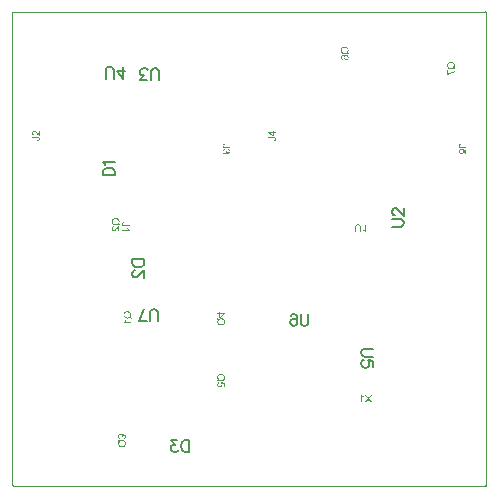
<source format=gm1>
%FSLAX24Y24*%
%MOIN*%
G70*
G01*
G75*
G04 Layer_Color=16776960*
%ADD10C,0.0098*%
%ADD11C,0.0276*%
%ADD12R,0.0236X0.0886*%
%ADD13R,0.0299X0.0945*%
%ADD14R,0.0315X0.0354*%
%ADD15R,0.0886X0.0236*%
%ADD16R,0.0846X0.0335*%
%ADD17C,0.0335*%
%ADD18R,0.0335X0.0846*%
%ADD19R,0.0315X0.0630*%
%ADD20R,0.0394X0.0276*%
%ADD21R,0.0236X0.0197*%
%ADD22R,0.0197X0.0236*%
%ADD23R,0.0276X0.0394*%
%ADD24R,0.0354X0.0315*%
%ADD25R,0.0906X0.0906*%
%ADD26R,0.0492X0.0433*%
%ADD27R,0.0354X0.0315*%
%ADD28R,0.0591X0.0295*%
%ADD29R,0.0295X0.0591*%
%ADD30C,0.0079*%
%ADD31C,0.0118*%
%ADD32C,0.0138*%
%ADD33C,0.0197*%
%ADD34O,0.0472X0.0394*%
%ADD35R,0.0472X0.0394*%
%ADD36O,0.0669X0.1181*%
%ADD37C,0.0380*%
%ADD38R,0.2165X0.0827*%
%ADD39R,0.0118X0.0295*%
%ADD40R,0.0480X0.0358*%
%ADD41R,0.0358X0.0480*%
%ADD42R,0.0630X0.1063*%
%ADD43R,0.0906X0.0236*%
%ADD44R,0.0630X0.0315*%
%ADD45C,0.0236*%
%ADD46C,0.0100*%
%ADD47C,0.0394*%
%ADD48C,0.0039*%
%ADD49C,0.0061*%
%ADD50R,0.0246X0.0433*%
%ADD51R,0.0433X0.0246*%
%ADD52C,0.0827*%
%ADD53R,0.0316X0.0966*%
%ADD54R,0.0379X0.1025*%
%ADD55R,0.0395X0.0434*%
%ADD56R,0.0966X0.0316*%
%ADD57R,0.0926X0.0415*%
%ADD58C,0.0415*%
%ADD59R,0.0415X0.0926*%
%ADD60R,0.0395X0.0710*%
%ADD61R,0.0474X0.0356*%
%ADD62R,0.0316X0.0277*%
%ADD63R,0.0277X0.0316*%
%ADD64R,0.0356X0.0474*%
%ADD65R,0.0434X0.0395*%
%ADD66R,0.0986X0.0986*%
%ADD67R,0.0572X0.0513*%
%ADD68R,0.0434X0.0395*%
%ADD69R,0.0671X0.0375*%
%ADD70R,0.0375X0.0671*%
%ADD71O,0.0552X0.0474*%
%ADD72R,0.0552X0.0474*%
%ADD73O,0.0749X0.1261*%
%ADD74R,0.2245X0.0907*%
%ADD75R,0.0150X0.0327*%
%ADD76R,0.0560X0.0438*%
%ADD77R,0.0438X0.0560*%
%ADD78R,0.0710X0.1143*%
%ADD79R,0.0986X0.0316*%
%ADD80R,0.0710X0.0395*%
%ADD81C,0.0150*%
%ADD82C,0.0050*%
G36*
X3543Y8461D02*
X3514D01*
Y8585D01*
X3508Y8581D01*
X3503Y8577D01*
X3500Y8575D01*
X3499Y8574D01*
X3498Y8573D01*
X3497Y8572D01*
X3495Y8570D01*
X3493Y8569D01*
X3489Y8564D01*
X3483Y8557D01*
X3478Y8552D01*
X3473Y8546D01*
X3469Y8541D01*
X3468Y8539D01*
X3467Y8538D01*
X3466Y8537D01*
X3465Y8537D01*
X3460Y8531D01*
X3455Y8525D01*
X3451Y8520D01*
X3447Y8515D01*
X3442Y8511D01*
X3439Y8507D01*
X3435Y8503D01*
X3432Y8500D01*
X3430Y8498D01*
X3427Y8495D01*
X3424Y8492D01*
X3422Y8490D01*
X3421Y8489D01*
X3415Y8484D01*
X3409Y8479D01*
X3404Y8476D01*
X3399Y8473D01*
X3395Y8471D01*
X3393Y8469D01*
X3391Y8469D01*
X3390Y8468D01*
X3385Y8466D01*
X3379Y8464D01*
X3374Y8463D01*
X3370Y8463D01*
X3366Y8462D01*
X3363Y8462D01*
X3360D01*
X3355Y8462D01*
X3349Y8463D01*
X3340Y8465D01*
X3331Y8469D01*
X3324Y8473D01*
X3318Y8476D01*
X3316Y8478D01*
X3314Y8480D01*
X3312Y8481D01*
X3311Y8483D01*
X3311Y8483D01*
X3310Y8483D01*
X3307Y8488D01*
X3303Y8492D01*
X3301Y8496D01*
X3298Y8501D01*
X3295Y8511D01*
X3293Y8520D01*
X3291Y8524D01*
X3291Y8528D01*
X3291Y8532D01*
X3290Y8535D01*
X3290Y8537D01*
Y8539D01*
Y8541D01*
Y8541D01*
X3290Y8547D01*
X3291Y8554D01*
X3293Y8565D01*
X3294Y8570D01*
X3296Y8575D01*
X3298Y8579D01*
X3299Y8583D01*
X3301Y8587D01*
X3303Y8590D01*
X3304Y8592D01*
X3306Y8595D01*
X3307Y8596D01*
X3308Y8597D01*
X3308Y8598D01*
X3309Y8598D01*
X3313Y8602D01*
X3316Y8605D01*
X3325Y8611D01*
X3334Y8615D01*
X3343Y8618D01*
X3351Y8621D01*
X3354Y8621D01*
X3357Y8622D01*
X3359Y8622D01*
X3361Y8623D01*
X3363D01*
X3366Y8591D01*
X3358Y8590D01*
X3351Y8589D01*
X3344Y8587D01*
X3339Y8584D01*
X3335Y8582D01*
X3332Y8579D01*
X3330Y8578D01*
X3329Y8577D01*
X3325Y8572D01*
X3321Y8566D01*
X3319Y8560D01*
X3317Y8554D01*
X3316Y8549D01*
X3316Y8546D01*
X3316Y8544D01*
Y8543D01*
Y8542D01*
Y8542D01*
X3316Y8534D01*
X3318Y8527D01*
X3319Y8521D01*
X3322Y8516D01*
X3324Y8512D01*
X3326Y8509D01*
X3328Y8508D01*
X3328Y8507D01*
X3333Y8503D01*
X3339Y8499D01*
X3344Y8497D01*
X3349Y8495D01*
X3353Y8494D01*
X3356Y8494D01*
X3359Y8494D01*
X3359D01*
X3366Y8494D01*
X3373Y8496D01*
X3379Y8498D01*
X3385Y8501D01*
X3390Y8504D01*
X3394Y8506D01*
X3395Y8507D01*
X3396Y8507D01*
X3397Y8508D01*
X3397D01*
X3401Y8511D01*
X3405Y8515D01*
X3409Y8519D01*
X3414Y8523D01*
X3422Y8532D01*
X3431Y8542D01*
X3438Y8550D01*
X3442Y8554D01*
X3445Y8557D01*
X3447Y8560D01*
X3449Y8562D01*
X3450Y8564D01*
X3450Y8564D01*
X3458Y8573D01*
X3466Y8582D01*
X3472Y8589D01*
X3478Y8594D01*
X3482Y8599D01*
X3486Y8602D01*
X3488Y8604D01*
X3488Y8605D01*
X3489D01*
X3495Y8610D01*
X3501Y8613D01*
X3506Y8617D01*
X3511Y8620D01*
X3516Y8622D01*
X3519Y8624D01*
X3521Y8625D01*
X3522Y8625D01*
X3522D01*
X3526Y8626D01*
X3530Y8627D01*
X3533Y8628D01*
X3536Y8628D01*
X3539Y8628D01*
X3543D01*
Y8461D01*
D02*
G37*
G36*
X3587Y1698D02*
X3595Y1696D01*
X3602Y1695D01*
X3608Y1692D01*
X3613Y1690D01*
X3616Y1688D01*
X3618Y1686D01*
X3619Y1686D01*
X3625Y1681D01*
X3629Y1675D01*
X3633Y1669D01*
X3636Y1664D01*
X3638Y1659D01*
X3639Y1655D01*
X3640Y1653D01*
Y1652D01*
X3641Y1652D01*
Y1651D01*
X3644Y1657D01*
X3648Y1663D01*
X3651Y1667D01*
X3654Y1671D01*
X3658Y1673D01*
X3660Y1676D01*
X3661Y1677D01*
X3662Y1677D01*
X3667Y1680D01*
X3673Y1682D01*
X3677Y1684D01*
X3682Y1685D01*
X3686Y1686D01*
X3689Y1686D01*
X3692D01*
X3698Y1686D01*
X3704Y1685D01*
X3709Y1683D01*
X3714Y1681D01*
X3718Y1680D01*
X3721Y1678D01*
X3723Y1677D01*
X3724Y1677D01*
X3729Y1673D01*
X3734Y1669D01*
X3739Y1664D01*
X3742Y1660D01*
X3745Y1656D01*
X3747Y1653D01*
X3748Y1651D01*
X3748Y1650D01*
Y1650D01*
X3751Y1643D01*
X3754Y1637D01*
X3755Y1630D01*
X3756Y1625D01*
X3757Y1620D01*
X3757Y1616D01*
Y1614D01*
Y1613D01*
Y1613D01*
Y1612D01*
Y1607D01*
X3757Y1602D01*
X3755Y1592D01*
X3752Y1583D01*
X3749Y1576D01*
X3745Y1570D01*
X3744Y1568D01*
X3743Y1566D01*
X3742Y1564D01*
X3741Y1563D01*
X3740Y1562D01*
X3740Y1562D01*
X3733Y1555D01*
X3726Y1550D01*
X3717Y1545D01*
X3710Y1542D01*
X3703Y1539D01*
X3700Y1539D01*
X3697Y1538D01*
X3695Y1537D01*
X3694Y1537D01*
X3692Y1537D01*
X3692D01*
X3687Y1568D01*
X3695Y1569D01*
X3702Y1572D01*
X3707Y1574D01*
X3712Y1577D01*
X3716Y1579D01*
X3719Y1581D01*
X3720Y1582D01*
X3721Y1583D01*
X3724Y1588D01*
X3727Y1593D01*
X3729Y1598D01*
X3731Y1603D01*
X3731Y1607D01*
X3732Y1610D01*
Y1612D01*
Y1613D01*
Y1613D01*
X3732Y1620D01*
X3730Y1625D01*
X3729Y1630D01*
X3726Y1635D01*
X3724Y1638D01*
X3722Y1641D01*
X3721Y1642D01*
X3721Y1643D01*
X3716Y1647D01*
X3711Y1649D01*
X3707Y1652D01*
X3702Y1653D01*
X3698Y1653D01*
X3695Y1654D01*
X3692D01*
X3685Y1653D01*
X3678Y1652D01*
X3673Y1649D01*
X3669Y1646D01*
X3665Y1643D01*
X3663Y1641D01*
X3661Y1639D01*
X3661Y1638D01*
X3657Y1632D01*
X3655Y1626D01*
X3653Y1620D01*
X3652Y1615D01*
X3651Y1610D01*
X3651Y1606D01*
Y1605D01*
Y1604D01*
Y1603D01*
Y1603D01*
Y1601D01*
X3651Y1600D01*
Y1598D01*
Y1598D01*
X3624Y1594D01*
X3625Y1599D01*
X3626Y1603D01*
X3626Y1607D01*
X3626Y1610D01*
X3627Y1613D01*
Y1615D01*
Y1616D01*
Y1616D01*
X3626Y1624D01*
X3625Y1630D01*
X3623Y1637D01*
X3620Y1642D01*
X3617Y1646D01*
X3615Y1649D01*
X3614Y1650D01*
X3613Y1651D01*
X3608Y1656D01*
X3602Y1659D01*
X3596Y1662D01*
X3590Y1663D01*
X3585Y1665D01*
X3582Y1665D01*
X3580Y1665D01*
X3578D01*
X3570Y1665D01*
X3563Y1663D01*
X3556Y1661D01*
X3551Y1658D01*
X3546Y1655D01*
X3543Y1653D01*
X3541Y1651D01*
X3540Y1650D01*
X3535Y1645D01*
X3532Y1638D01*
X3529Y1632D01*
X3527Y1626D01*
X3526Y1621D01*
X3526Y1617D01*
X3525Y1616D01*
Y1615D01*
Y1614D01*
Y1614D01*
X3526Y1607D01*
X3527Y1601D01*
X3529Y1595D01*
X3531Y1591D01*
X3534Y1587D01*
X3535Y1585D01*
X3537Y1583D01*
X3537Y1582D01*
X3542Y1578D01*
X3548Y1574D01*
X3554Y1571D01*
X3560Y1569D01*
X3566Y1567D01*
X3571Y1566D01*
X3572Y1565D01*
X3574D01*
X3575Y1565D01*
X3575D01*
X3571Y1534D01*
X3565Y1534D01*
X3560Y1536D01*
X3550Y1539D01*
X3541Y1543D01*
X3533Y1547D01*
X3530Y1549D01*
X3527Y1552D01*
X3525Y1554D01*
X3523Y1555D01*
X3521Y1557D01*
X3520Y1558D01*
X3520Y1558D01*
X3519Y1559D01*
X3516Y1563D01*
X3513Y1567D01*
X3510Y1572D01*
X3508Y1576D01*
X3504Y1585D01*
X3502Y1594D01*
X3501Y1598D01*
X3501Y1602D01*
X3500Y1605D01*
X3500Y1608D01*
X3500Y1610D01*
Y1612D01*
Y1613D01*
Y1614D01*
X3500Y1620D01*
X3501Y1627D01*
X3502Y1633D01*
X3503Y1638D01*
X3505Y1644D01*
X3507Y1649D01*
X3509Y1653D01*
X3511Y1658D01*
X3513Y1661D01*
X3515Y1665D01*
X3517Y1668D01*
X3519Y1670D01*
X3520Y1672D01*
X3521Y1673D01*
X3522Y1674D01*
X3522Y1674D01*
X3527Y1678D01*
X3532Y1682D01*
X3536Y1685D01*
X3541Y1688D01*
X3545Y1691D01*
X3550Y1693D01*
X3559Y1695D01*
X3563Y1696D01*
X3567Y1697D01*
X3570Y1698D01*
X3573Y1698D01*
X3575Y1698D01*
X3578D01*
X3587Y1698D01*
D02*
G37*
G36*
X3510Y1498D02*
X3514Y1490D01*
X3518Y1483D01*
X3522Y1476D01*
X3525Y1471D01*
X3527Y1468D01*
X3528Y1466D01*
X3529Y1465D01*
X3530Y1463D01*
X3531Y1463D01*
Y1462D01*
X3538Y1469D01*
X3545Y1475D01*
X3553Y1480D01*
X3559Y1484D01*
X3565Y1487D01*
X3568Y1488D01*
X3570Y1489D01*
X3572Y1490D01*
X3573Y1491D01*
X3573Y1491D01*
X3574D01*
X3583Y1494D01*
X3593Y1496D01*
X3603Y1498D01*
X3611Y1499D01*
X3615Y1500D01*
X3619Y1500D01*
X3622D01*
X3625Y1501D01*
X3630D01*
X3644Y1500D01*
X3656Y1498D01*
X3668Y1496D01*
X3673Y1494D01*
X3677Y1493D01*
X3682Y1492D01*
X3686Y1490D01*
X3689Y1489D01*
X3692Y1488D01*
X3694Y1487D01*
X3696Y1486D01*
X3697Y1486D01*
X3697D01*
X3708Y1479D01*
X3717Y1473D01*
X3725Y1466D01*
X3732Y1459D01*
X3737Y1453D01*
X3739Y1450D01*
X3740Y1448D01*
X3742Y1446D01*
X3743Y1444D01*
X3744Y1443D01*
Y1443D01*
X3747Y1438D01*
X3749Y1432D01*
X3753Y1422D01*
X3756Y1411D01*
X3759Y1401D01*
X3759Y1397D01*
X3760Y1393D01*
X3760Y1389D01*
Y1386D01*
X3760Y1383D01*
Y1382D01*
Y1380D01*
Y1380D01*
X3760Y1368D01*
X3758Y1356D01*
X3755Y1345D01*
X3754Y1340D01*
X3752Y1336D01*
X3751Y1332D01*
X3749Y1329D01*
X3748Y1326D01*
X3747Y1323D01*
X3746Y1321D01*
X3745Y1319D01*
X3745Y1318D01*
X3744Y1318D01*
X3738Y1308D01*
X3730Y1299D01*
X3722Y1292D01*
X3715Y1286D01*
X3708Y1281D01*
X3705Y1279D01*
X3702Y1278D01*
X3701Y1276D01*
X3699Y1276D01*
X3698Y1275D01*
X3697D01*
X3686Y1270D01*
X3674Y1266D01*
X3663Y1264D01*
X3652Y1262D01*
X3648Y1261D01*
X3643Y1261D01*
X3639Y1260D01*
X3636D01*
X3634Y1260D01*
X3630D01*
X3616Y1261D01*
X3603Y1262D01*
X3592Y1264D01*
X3587Y1266D01*
X3582Y1268D01*
X3578Y1269D01*
X3574Y1270D01*
X3570Y1271D01*
X3568Y1273D01*
X3565Y1273D01*
X3564Y1274D01*
X3563Y1275D01*
X3562D01*
X3552Y1281D01*
X3542Y1288D01*
X3534Y1295D01*
X3528Y1302D01*
X3523Y1308D01*
X3520Y1311D01*
X3519Y1313D01*
X3518Y1315D01*
X3517Y1316D01*
X3516Y1317D01*
X3516Y1317D01*
X3510Y1328D01*
X3507Y1339D01*
X3504Y1349D01*
X3502Y1359D01*
X3501Y1363D01*
X3500Y1367D01*
X3500Y1370D01*
Y1374D01*
X3500Y1376D01*
Y1378D01*
Y1379D01*
Y1379D01*
X3500Y1392D01*
X3502Y1403D01*
X3505Y1414D01*
X3506Y1418D01*
X3507Y1423D01*
X3509Y1427D01*
X3510Y1430D01*
X3512Y1433D01*
X3513Y1436D01*
X3514Y1438D01*
X3514Y1440D01*
X3515Y1441D01*
Y1441D01*
X3508Y1451D01*
X3502Y1461D01*
X3496Y1470D01*
X3492Y1478D01*
X3490Y1482D01*
X3489Y1485D01*
X3487Y1488D01*
X3487Y1491D01*
X3486Y1493D01*
X3485Y1494D01*
X3485Y1495D01*
Y1495D01*
X3507Y1506D01*
X3510Y1498D01*
D02*
G37*
G36*
X3431Y8897D02*
X3444Y8895D01*
X3455Y8893D01*
X3460Y8891D01*
X3465Y8890D01*
X3470Y8889D01*
X3473Y8887D01*
X3477Y8886D01*
X3480Y8885D01*
X3482Y8884D01*
X3483Y8883D01*
X3485Y8883D01*
X3485D01*
X3496Y8877D01*
X3505Y8870D01*
X3513Y8863D01*
X3519Y8856D01*
X3524Y8850D01*
X3527Y8847D01*
X3528Y8845D01*
X3529Y8843D01*
X3531Y8841D01*
X3531Y8840D01*
X3531Y8840D01*
X3537Y8829D01*
X3541Y8819D01*
X3544Y8808D01*
X3546Y8799D01*
X3546Y8794D01*
X3547Y8791D01*
X3547Y8787D01*
Y8784D01*
X3548Y8782D01*
Y8780D01*
Y8779D01*
Y8778D01*
X3547Y8766D01*
X3545Y8754D01*
X3543Y8744D01*
X3541Y8739D01*
X3540Y8734D01*
X3538Y8731D01*
X3537Y8727D01*
X3536Y8724D01*
X3534Y8721D01*
X3534Y8719D01*
X3533Y8718D01*
X3532Y8717D01*
Y8716D01*
X3539Y8706D01*
X3546Y8696D01*
X3551Y8687D01*
X3555Y8679D01*
X3557Y8675D01*
X3558Y8672D01*
X3560Y8669D01*
X3561Y8667D01*
X3561Y8665D01*
X3562Y8663D01*
X3563Y8663D01*
Y8662D01*
X3540Y8652D01*
X3537Y8660D01*
X3533Y8667D01*
X3529Y8675D01*
X3525Y8681D01*
X3522Y8687D01*
X3520Y8689D01*
X3519Y8691D01*
X3518Y8693D01*
X3517Y8694D01*
X3516Y8695D01*
Y8695D01*
X3509Y8688D01*
X3502Y8683D01*
X3495Y8678D01*
X3488Y8674D01*
X3482Y8671D01*
X3480Y8669D01*
X3478Y8668D01*
X3476Y8668D01*
X3475Y8667D01*
X3474Y8666D01*
X3473D01*
X3464Y8663D01*
X3454Y8661D01*
X3445Y8659D01*
X3436Y8658D01*
X3432Y8658D01*
X3428Y8657D01*
X3425D01*
X3423Y8657D01*
X3417D01*
X3404Y8658D01*
X3391Y8659D01*
X3380Y8661D01*
X3374Y8663D01*
X3370Y8664D01*
X3365Y8666D01*
X3361Y8667D01*
X3358Y8668D01*
X3356Y8670D01*
X3353Y8670D01*
X3351Y8671D01*
X3351Y8672D01*
X3350D01*
X3339Y8678D01*
X3330Y8685D01*
X3322Y8692D01*
X3316Y8699D01*
X3311Y8705D01*
X3308Y8708D01*
X3307Y8710D01*
X3305Y8712D01*
X3304Y8713D01*
X3304Y8714D01*
Y8714D01*
X3301Y8720D01*
X3298Y8725D01*
X3294Y8736D01*
X3291Y8747D01*
X3289Y8756D01*
X3288Y8761D01*
X3288Y8765D01*
X3287Y8769D01*
Y8772D01*
X3287Y8774D01*
Y8776D01*
Y8777D01*
Y8777D01*
X3288Y8790D01*
X3289Y8802D01*
X3292Y8812D01*
X3293Y8817D01*
X3295Y8821D01*
X3296Y8825D01*
X3298Y8829D01*
X3299Y8832D01*
X3300Y8835D01*
X3301Y8837D01*
X3302Y8838D01*
X3303Y8839D01*
X3303Y8840D01*
X3309Y8850D01*
X3317Y8858D01*
X3325Y8865D01*
X3332Y8872D01*
X3339Y8877D01*
X3342Y8878D01*
X3345Y8880D01*
X3347Y8881D01*
X3348Y8882D01*
X3349Y8883D01*
X3350D01*
X3361Y8888D01*
X3373Y8891D01*
X3384Y8894D01*
X3395Y8896D01*
X3400Y8896D01*
X3404Y8897D01*
X3408Y8897D01*
X3411D01*
X3414Y8898D01*
X3417D01*
X3431Y8897D01*
D02*
G37*
G36*
X11871Y2886D02*
X11968Y2756D01*
X11929D01*
X11865Y2843D01*
X11863Y2845D01*
X11861Y2848D01*
X11857Y2854D01*
X11855Y2857D01*
X11854Y2859D01*
X11853Y2861D01*
X11853Y2861D01*
X11849Y2855D01*
X11846Y2851D01*
X11844Y2848D01*
X11843Y2847D01*
X11843Y2846D01*
X11842Y2846D01*
X11778Y2756D01*
X11737D01*
X11832Y2888D01*
X11744Y3008D01*
X11781D01*
X11831Y2941D01*
X11836Y2935D01*
X11839Y2930D01*
X11843Y2925D01*
X11846Y2921D01*
X11848Y2918D01*
X11850Y2915D01*
X11851Y2913D01*
X11851Y2913D01*
X11854Y2917D01*
X11857Y2922D01*
X11860Y2927D01*
X11864Y2932D01*
X11866Y2936D01*
X11869Y2940D01*
X11871Y2943D01*
X11871Y2943D01*
Y2943D01*
X11917Y3008D01*
X11957D01*
X11871Y2886D01*
D02*
G37*
G36*
X3825Y5787D02*
X3838Y5785D01*
X3849Y5783D01*
X3854Y5781D01*
X3859Y5780D01*
X3863Y5779D01*
X3867Y5777D01*
X3871Y5776D01*
X3873Y5775D01*
X3876Y5774D01*
X3877Y5773D01*
X3878Y5772D01*
X3879D01*
X3889Y5766D01*
X3899Y5759D01*
X3907Y5752D01*
X3913Y5746D01*
X3918Y5739D01*
X3920Y5737D01*
X3922Y5734D01*
X3923Y5732D01*
X3924Y5731D01*
X3925Y5730D01*
X3925Y5730D01*
X3930Y5719D01*
X3934Y5708D01*
X3937Y5698D01*
X3939Y5688D01*
X3940Y5684D01*
X3940Y5680D01*
X3941Y5677D01*
Y5674D01*
X3941Y5671D01*
Y5670D01*
Y5668D01*
Y5668D01*
X3940Y5656D01*
X3939Y5644D01*
X3936Y5633D01*
X3935Y5629D01*
X3934Y5624D01*
X3932Y5620D01*
X3931Y5617D01*
X3929Y5614D01*
X3928Y5611D01*
X3927Y5609D01*
X3927Y5607D01*
X3926Y5607D01*
Y5606D01*
X3933Y5596D01*
X3939Y5586D01*
X3945Y5577D01*
X3949Y5569D01*
X3950Y5565D01*
X3952Y5562D01*
X3954Y5559D01*
X3954Y5557D01*
X3955Y5555D01*
X3956Y5553D01*
X3956Y5552D01*
Y5552D01*
X3934Y5542D01*
X3930Y5549D01*
X3927Y5557D01*
X3923Y5564D01*
X3919Y5571D01*
X3916Y5577D01*
X3914Y5579D01*
X3913Y5581D01*
X3912Y5583D01*
X3911Y5584D01*
X3910Y5585D01*
Y5585D01*
X3903Y5578D01*
X3896Y5572D01*
X3888Y5567D01*
X3882Y5564D01*
X3876Y5560D01*
X3873Y5559D01*
X3871Y5558D01*
X3869Y5557D01*
X3868Y5557D01*
X3868Y5556D01*
X3867D01*
X3858Y5553D01*
X3848Y5551D01*
X3838Y5549D01*
X3830Y5548D01*
X3826Y5547D01*
X3822Y5547D01*
X3819D01*
X3816Y5547D01*
X3811D01*
X3797Y5547D01*
X3785Y5549D01*
X3773Y5551D01*
X3768Y5553D01*
X3763Y5554D01*
X3759Y5555D01*
X3755Y5557D01*
X3752Y5558D01*
X3749Y5559D01*
X3747Y5560D01*
X3745Y5561D01*
X3744Y5562D01*
X3744D01*
X3733Y5568D01*
X3724Y5574D01*
X3716Y5582D01*
X3709Y5588D01*
X3704Y5595D01*
X3702Y5597D01*
X3700Y5600D01*
X3699Y5602D01*
X3698Y5603D01*
X3697Y5604D01*
Y5604D01*
X3694Y5610D01*
X3692Y5615D01*
X3688Y5626D01*
X3685Y5636D01*
X3682Y5646D01*
X3682Y5651D01*
X3681Y5655D01*
X3681Y5658D01*
Y5661D01*
X3681Y5664D01*
Y5666D01*
Y5667D01*
Y5667D01*
X3681Y5680D01*
X3683Y5691D01*
X3685Y5702D01*
X3687Y5707D01*
X3689Y5711D01*
X3690Y5715D01*
X3692Y5719D01*
X3693Y5722D01*
X3694Y5724D01*
X3695Y5727D01*
X3696Y5728D01*
X3696Y5729D01*
X3697Y5729D01*
X3703Y5739D01*
X3711Y5748D01*
X3719Y5755D01*
X3726Y5761D01*
X3733Y5766D01*
X3736Y5768D01*
X3738Y5770D01*
X3740Y5771D01*
X3742Y5772D01*
X3743Y5772D01*
X3743D01*
X3755Y5777D01*
X3767Y5781D01*
X3778Y5784D01*
X3789Y5785D01*
X3793Y5786D01*
X3798Y5787D01*
X3801Y5787D01*
X3805D01*
X3807Y5787D01*
X3811D01*
X3825Y5787D01*
D02*
G37*
G36*
X3775Y5485D02*
X3772Y5479D01*
X3770Y5474D01*
X3767Y5469D01*
X3765Y5464D01*
X3763Y5461D01*
X3762Y5459D01*
X3761Y5458D01*
Y5458D01*
X3757Y5451D01*
X3753Y5446D01*
X3750Y5441D01*
X3746Y5436D01*
X3743Y5433D01*
X3742Y5430D01*
X3740Y5429D01*
X3740Y5428D01*
X3937D01*
Y5397D01*
X3684D01*
Y5418D01*
X3690Y5421D01*
X3696Y5425D01*
X3702Y5430D01*
X3707Y5435D01*
X3711Y5439D01*
X3715Y5442D01*
X3717Y5444D01*
X3717Y5445D01*
X3718Y5445D01*
X3724Y5453D01*
X3730Y5460D01*
X3735Y5468D01*
X3739Y5475D01*
X3742Y5481D01*
X3743Y5484D01*
X3745Y5486D01*
X3746Y5487D01*
X3747Y5489D01*
X3747Y5490D01*
Y5490D01*
X3777D01*
X3775Y5485D01*
D02*
G37*
G36*
X6900Y5719D02*
X7063D01*
Y5693D01*
X6900Y5578D01*
X6871D01*
Y5687D01*
X6811D01*
Y5719D01*
X6871D01*
Y5753D01*
X6900D01*
Y5719D01*
D02*
G37*
G36*
X14505Y13696D02*
X14516Y13704D01*
X14527Y13712D01*
X14538Y13720D01*
X14548Y13727D01*
X14553Y13730D01*
X14557Y13732D01*
X14561Y13735D01*
X14565Y13737D01*
X14567Y13738D01*
X14569Y13739D01*
X14571Y13740D01*
X14571Y13740D01*
X14586Y13748D01*
X14600Y13754D01*
X14614Y13760D01*
X14621Y13762D01*
X14626Y13764D01*
X14632Y13766D01*
X14637Y13768D01*
X14641Y13769D01*
X14645Y13770D01*
X14648Y13771D01*
X14651Y13772D01*
X14652Y13772D01*
X14653D01*
X14668Y13776D01*
X14675Y13778D01*
X14682Y13779D01*
X14688Y13780D01*
X14694Y13781D01*
X14699Y13782D01*
X14704Y13782D01*
X14709Y13783D01*
X14713Y13783D01*
X14716Y13783D01*
X14719D01*
X14721Y13784D01*
X14724D01*
Y13752D01*
X14711Y13751D01*
X14698Y13749D01*
X14686Y13747D01*
X14681Y13746D01*
X14676Y13745D01*
X14671Y13744D01*
X14667Y13744D01*
X14664Y13743D01*
X14661Y13742D01*
X14658Y13741D01*
X14657Y13741D01*
X14656Y13740D01*
X14655D01*
X14638Y13735D01*
X14623Y13729D01*
X14615Y13726D01*
X14608Y13723D01*
X14601Y13720D01*
X14595Y13717D01*
X14589Y13715D01*
X14583Y13712D01*
X14579Y13710D01*
X14575Y13708D01*
X14572Y13706D01*
X14570Y13705D01*
X14568Y13704D01*
X14568Y13704D01*
X14560Y13699D01*
X14552Y13695D01*
X14545Y13691D01*
X14539Y13686D01*
X14533Y13682D01*
X14527Y13678D01*
X14522Y13674D01*
X14517Y13671D01*
X14514Y13668D01*
X14510Y13665D01*
X14507Y13662D01*
X14504Y13660D01*
X14502Y13658D01*
X14501Y13657D01*
X14500Y13656D01*
X14499Y13656D01*
X14475D01*
Y13819D01*
X14505D01*
Y13696D01*
D02*
G37*
G36*
X11756Y8428D02*
X11735D01*
X11732Y8434D01*
X11727Y8440D01*
X11723Y8446D01*
X11718Y8451D01*
X11714Y8455D01*
X11711Y8459D01*
X11708Y8461D01*
X11708Y8461D01*
X11708Y8462D01*
X11700Y8468D01*
X11693Y8474D01*
X11685Y8479D01*
X11678Y8483D01*
X11672Y8486D01*
X11669Y8488D01*
X11667Y8489D01*
X11665Y8490D01*
X11664Y8491D01*
X11663Y8491D01*
X11663D01*
Y8521D01*
X11668Y8519D01*
X11674Y8516D01*
X11679Y8514D01*
X11684Y8511D01*
X11688Y8509D01*
X11692Y8507D01*
X11694Y8506D01*
X11694Y8505D01*
X11695D01*
X11701Y8501D01*
X11707Y8497D01*
X11712Y8494D01*
X11716Y8490D01*
X11720Y8488D01*
X11723Y8486D01*
X11724Y8484D01*
X11724Y8484D01*
Y8681D01*
X11756D01*
Y8428D01*
D02*
G37*
G36*
X11510Y8685D02*
X11522Y8683D01*
X11527Y8682D01*
X11532Y8681D01*
X11536Y8680D01*
X11540Y8678D01*
X11544Y8677D01*
X11547Y8676D01*
X11550Y8675D01*
X11552Y8674D01*
X11554Y8673D01*
X11555Y8672D01*
X11555Y8672D01*
X11556D01*
X11564Y8666D01*
X11570Y8660D01*
X11576Y8654D01*
X11580Y8648D01*
X11583Y8643D01*
X11585Y8639D01*
X11586Y8637D01*
X11587Y8636D01*
X11587Y8635D01*
Y8635D01*
X11590Y8626D01*
X11592Y8616D01*
X11593Y8606D01*
X11595Y8597D01*
X11595Y8592D01*
X11595Y8588D01*
Y8584D01*
X11596Y8581D01*
Y8578D01*
Y8576D01*
Y8575D01*
Y8575D01*
Y8429D01*
X11562D01*
Y8575D01*
Y8583D01*
X11562Y8591D01*
X11561Y8598D01*
X11560Y8605D01*
X11559Y8611D01*
X11557Y8616D01*
X11556Y8620D01*
X11555Y8625D01*
X11553Y8628D01*
X11552Y8631D01*
X11550Y8633D01*
X11549Y8635D01*
X11548Y8637D01*
X11547Y8638D01*
X11547Y8638D01*
Y8639D01*
X11544Y8642D01*
X11540Y8644D01*
X11532Y8648D01*
X11523Y8651D01*
X11514Y8653D01*
X11507Y8655D01*
X11503Y8655D01*
X11500D01*
X11497Y8655D01*
X11494D01*
X11486Y8655D01*
X11479Y8654D01*
X11473Y8653D01*
X11468Y8651D01*
X11464Y8650D01*
X11461Y8648D01*
X11459Y8648D01*
X11458Y8647D01*
X11453Y8644D01*
X11448Y8640D01*
X11444Y8636D01*
X11442Y8632D01*
X11439Y8628D01*
X11438Y8626D01*
X11437Y8624D01*
X11437Y8623D01*
X11436Y8620D01*
X11435Y8617D01*
X11433Y8609D01*
X11433Y8601D01*
X11432Y8593D01*
X11431Y8586D01*
X11431Y8583D01*
Y8580D01*
Y8578D01*
Y8576D01*
Y8575D01*
Y8575D01*
Y8429D01*
X11398D01*
Y8575D01*
Y8582D01*
X11398Y8589D01*
X11398Y8595D01*
X11399Y8602D01*
X11400Y8607D01*
X11401Y8612D01*
X11401Y8617D01*
X11403Y8621D01*
X11403Y8625D01*
X11404Y8628D01*
X11405Y8632D01*
X11406Y8634D01*
X11406Y8636D01*
X11407Y8637D01*
X11407Y8638D01*
Y8638D01*
X11411Y8646D01*
X11416Y8653D01*
X11421Y8659D01*
X11427Y8664D01*
X11431Y8668D01*
X11436Y8671D01*
X11437Y8672D01*
X11438Y8673D01*
X11439Y8673D01*
X11439D01*
X11448Y8677D01*
X11458Y8680D01*
X11468Y8682D01*
X11477Y8684D01*
X11481Y8684D01*
X11485Y8685D01*
X11488Y8685D01*
X11491D01*
X11494Y8685D01*
X11497D01*
X11510Y8685D01*
D02*
G37*
G36*
X14612Y14094D02*
X14625Y14092D01*
X14636Y14090D01*
X14641Y14088D01*
X14646Y14087D01*
X14651Y14086D01*
X14655Y14084D01*
X14658Y14083D01*
X14661Y14082D01*
X14663Y14081D01*
X14664Y14080D01*
X14666Y14080D01*
X14666D01*
X14677Y14073D01*
X14686Y14066D01*
X14694Y14060D01*
X14701Y14053D01*
X14706Y14046D01*
X14708Y14044D01*
X14709Y14042D01*
X14711Y14040D01*
X14712Y14038D01*
X14712Y14037D01*
X14713Y14037D01*
X14718Y14026D01*
X14722Y14015D01*
X14725Y14005D01*
X14727Y13995D01*
X14727Y13991D01*
X14728Y13987D01*
X14728Y13984D01*
Y13981D01*
X14729Y13979D01*
Y13977D01*
Y13975D01*
Y13975D01*
X14728Y13963D01*
X14726Y13951D01*
X14724Y13941D01*
X14722Y13936D01*
X14721Y13931D01*
X14719Y13927D01*
X14718Y13924D01*
X14717Y13921D01*
X14716Y13918D01*
X14715Y13916D01*
X14714Y13914D01*
X14713Y13914D01*
Y13913D01*
X14721Y13903D01*
X14727Y13893D01*
X14732Y13884D01*
X14736Y13876D01*
X14738Y13872D01*
X14739Y13869D01*
X14741Y13866D01*
X14742Y13864D01*
X14742Y13862D01*
X14743Y13860D01*
X14744Y13859D01*
Y13859D01*
X14721Y13849D01*
X14718Y13856D01*
X14714Y13864D01*
X14710Y13871D01*
X14706Y13878D01*
X14703Y13884D01*
X14701Y13886D01*
X14700Y13888D01*
X14699Y13890D01*
X14698Y13891D01*
X14698Y13892D01*
Y13892D01*
X14690Y13885D01*
X14683Y13879D01*
X14676Y13874D01*
X14669Y13871D01*
X14663Y13868D01*
X14661Y13866D01*
X14659Y13865D01*
X14657Y13864D01*
X14656Y13864D01*
X14655Y13863D01*
X14655D01*
X14645Y13860D01*
X14635Y13858D01*
X14626Y13856D01*
X14617Y13855D01*
X14613Y13854D01*
X14610Y13854D01*
X14607D01*
X14604Y13854D01*
X14598D01*
X14585Y13854D01*
X14572Y13856D01*
X14561Y13858D01*
X14555Y13860D01*
X14551Y13861D01*
X14546Y13863D01*
X14542Y13864D01*
X14539Y13865D01*
X14537Y13866D01*
X14534Y13867D01*
X14532Y13868D01*
X14532Y13869D01*
X14531D01*
X14521Y13875D01*
X14511Y13881D01*
X14503Y13889D01*
X14497Y13896D01*
X14492Y13902D01*
X14489Y13904D01*
X14488Y13907D01*
X14486Y13909D01*
X14486Y13910D01*
X14485Y13911D01*
Y13911D01*
X14482Y13917D01*
X14479Y13922D01*
X14475Y13933D01*
X14472Y13944D01*
X14470Y13953D01*
X14469Y13958D01*
X14469Y13962D01*
X14468Y13965D01*
Y13969D01*
X14468Y13971D01*
Y13973D01*
Y13974D01*
Y13974D01*
X14469Y13987D01*
X14471Y13998D01*
X14473Y14009D01*
X14474Y14014D01*
X14476Y14018D01*
X14477Y14022D01*
X14479Y14026D01*
X14480Y14029D01*
X14481Y14032D01*
X14482Y14034D01*
X14483Y14035D01*
X14484Y14036D01*
X14484Y14037D01*
X14491Y14046D01*
X14498Y14055D01*
X14506Y14062D01*
X14514Y14068D01*
X14520Y14073D01*
X14523Y14075D01*
X14526Y14077D01*
X14528Y14078D01*
X14529Y14079D01*
X14530Y14080D01*
X14531D01*
X14542Y14085D01*
X14554Y14088D01*
X14565Y14091D01*
X14576Y14093D01*
X14581Y14093D01*
X14585Y14094D01*
X14589Y14094D01*
X14592D01*
X14595Y14094D01*
X14598D01*
X14612Y14094D01*
D02*
G37*
G36*
X6818Y5553D02*
X6821Y5545D01*
X6825Y5538D01*
X6829Y5532D01*
X6833Y5526D01*
X6834Y5523D01*
X6835Y5521D01*
X6836Y5520D01*
X6837Y5518D01*
X6838Y5518D01*
Y5517D01*
X6845Y5524D01*
X6852Y5530D01*
X6860Y5535D01*
X6866Y5539D01*
X6872Y5542D01*
X6875Y5543D01*
X6877Y5544D01*
X6879Y5545D01*
X6880Y5546D01*
X6881Y5546D01*
X6881D01*
X6891Y5549D01*
X6900Y5551D01*
X6910Y5553D01*
X6918Y5555D01*
X6922Y5555D01*
X6926Y5555D01*
X6929D01*
X6932Y5556D01*
X6937D01*
X6951Y5555D01*
X6963Y5553D01*
X6975Y5551D01*
X6980Y5550D01*
X6985Y5548D01*
X6989Y5547D01*
X6993Y5545D01*
X6996Y5544D01*
X6999Y5543D01*
X7001Y5542D01*
X7003Y5542D01*
X7004Y5541D01*
X7004D01*
X7015Y5535D01*
X7024Y5528D01*
X7032Y5521D01*
X7039Y5514D01*
X7044Y5508D01*
X7046Y5505D01*
X7048Y5503D01*
X7049Y5501D01*
X7050Y5499D01*
X7051Y5499D01*
Y5498D01*
X7054Y5493D01*
X7056Y5487D01*
X7060Y5477D01*
X7063Y5466D01*
X7066Y5456D01*
X7066Y5452D01*
X7067Y5448D01*
X7067Y5444D01*
Y5441D01*
X7068Y5439D01*
Y5437D01*
Y5436D01*
Y5435D01*
X7067Y5423D01*
X7065Y5411D01*
X7063Y5401D01*
X7061Y5396D01*
X7059Y5391D01*
X7058Y5387D01*
X7056Y5384D01*
X7055Y5381D01*
X7054Y5378D01*
X7053Y5376D01*
X7052Y5374D01*
X7052Y5373D01*
X7051Y5373D01*
X7045Y5363D01*
X7037Y5355D01*
X7030Y5347D01*
X7022Y5341D01*
X7015Y5336D01*
X7012Y5334D01*
X7010Y5333D01*
X7008Y5331D01*
X7006Y5331D01*
X7005Y5330D01*
X7005D01*
X6993Y5325D01*
X6981Y5321D01*
X6970Y5319D01*
X6959Y5317D01*
X6955Y5316D01*
X6950Y5316D01*
X6947Y5315D01*
X6943D01*
X6941Y5315D01*
X6937D01*
X6923Y5316D01*
X6910Y5317D01*
X6899Y5320D01*
X6894Y5321D01*
X6889Y5323D01*
X6885Y5324D01*
X6881Y5325D01*
X6877Y5326D01*
X6875Y5328D01*
X6872Y5328D01*
X6871Y5329D01*
X6870Y5330D01*
X6869D01*
X6859Y5336D01*
X6849Y5343D01*
X6841Y5350D01*
X6835Y5357D01*
X6830Y5363D01*
X6828Y5366D01*
X6826Y5368D01*
X6825Y5370D01*
X6824Y5371D01*
X6823Y5372D01*
X6823Y5373D01*
X6818Y5383D01*
X6814Y5394D01*
X6811Y5404D01*
X6809Y5414D01*
X6808Y5418D01*
X6808Y5422D01*
X6807Y5426D01*
Y5429D01*
X6807Y5431D01*
Y5433D01*
Y5434D01*
Y5434D01*
X6808Y5447D01*
X6809Y5458D01*
X6812Y5469D01*
X6813Y5474D01*
X6814Y5478D01*
X6816Y5482D01*
X6817Y5485D01*
X6819Y5489D01*
X6820Y5491D01*
X6821Y5494D01*
X6821Y5495D01*
X6822Y5496D01*
Y5496D01*
X6815Y5506D01*
X6809Y5516D01*
X6803Y5525D01*
X6799Y5533D01*
X6798Y5537D01*
X6796Y5540D01*
X6795Y5543D01*
X6794Y5546D01*
X6793Y5548D01*
X6792Y5549D01*
X6792Y5550D01*
Y5550D01*
X6814Y5561D01*
X6818Y5553D01*
D02*
G37*
G36*
X11069Y14606D02*
X11082Y14604D01*
X11093Y14602D01*
X11098Y14600D01*
X11103Y14599D01*
X11107Y14597D01*
X11111Y14596D01*
X11115Y14595D01*
X11117Y14594D01*
X11120Y14593D01*
X11121Y14592D01*
X11122Y14591D01*
X11123D01*
X11133Y14585D01*
X11143Y14578D01*
X11151Y14571D01*
X11157Y14564D01*
X11162Y14558D01*
X11165Y14556D01*
X11166Y14553D01*
X11167Y14551D01*
X11168Y14550D01*
X11169Y14549D01*
X11169Y14549D01*
X11175Y14538D01*
X11178Y14527D01*
X11181Y14517D01*
X11183Y14507D01*
X11184Y14503D01*
X11185Y14499D01*
X11185Y14496D01*
Y14493D01*
X11185Y14490D01*
Y14488D01*
Y14487D01*
Y14487D01*
X11185Y14475D01*
X11183Y14463D01*
X11180Y14452D01*
X11179Y14448D01*
X11178Y14443D01*
X11176Y14439D01*
X11175Y14436D01*
X11173Y14433D01*
X11172Y14430D01*
X11171Y14428D01*
X11171Y14426D01*
X11170Y14425D01*
Y14425D01*
X11177Y14415D01*
X11183Y14405D01*
X11189Y14396D01*
X11193Y14388D01*
X11195Y14384D01*
X11196Y14381D01*
X11198Y14378D01*
X11198Y14376D01*
X11199Y14374D01*
X11200Y14372D01*
X11200Y14371D01*
Y14371D01*
X11178Y14361D01*
X11175Y14368D01*
X11171Y14376D01*
X11167Y14383D01*
X11163Y14390D01*
X11160Y14395D01*
X11158Y14398D01*
X11157Y14400D01*
X11156Y14402D01*
X11155Y14403D01*
X11154Y14404D01*
Y14404D01*
X11147Y14397D01*
X11140Y14391D01*
X11132Y14386D01*
X11126Y14382D01*
X11120Y14379D01*
X11117Y14378D01*
X11115Y14377D01*
X11114Y14376D01*
X11112Y14376D01*
X11112Y14375D01*
X11111D01*
X11102Y14372D01*
X11092Y14370D01*
X11082Y14368D01*
X11074Y14367D01*
X11070Y14366D01*
X11066Y14366D01*
X11063D01*
X11061Y14366D01*
X11055D01*
X11041Y14366D01*
X11029Y14368D01*
X11018Y14370D01*
X11012Y14372D01*
X11008Y14373D01*
X11003Y14374D01*
X10999Y14376D01*
X10996Y14377D01*
X10993Y14378D01*
X10991Y14379D01*
X10989Y14380D01*
X10988Y14381D01*
X10988D01*
X10977Y14387D01*
X10968Y14393D01*
X10960Y14400D01*
X10953Y14407D01*
X10948Y14414D01*
X10946Y14416D01*
X10945Y14419D01*
X10943Y14420D01*
X10942Y14422D01*
X10941Y14423D01*
Y14423D01*
X10938Y14429D01*
X10936Y14434D01*
X10932Y14445D01*
X10929Y14455D01*
X10927Y14465D01*
X10926Y14470D01*
X10925Y14473D01*
X10925Y14477D01*
Y14480D01*
X10925Y14483D01*
Y14485D01*
Y14486D01*
Y14486D01*
X10925Y14498D01*
X10927Y14510D01*
X10930Y14521D01*
X10931Y14526D01*
X10933Y14530D01*
X10934Y14534D01*
X10936Y14538D01*
X10937Y14541D01*
X10938Y14543D01*
X10939Y14546D01*
X10940Y14547D01*
X10940Y14548D01*
X10941Y14548D01*
X10947Y14558D01*
X10955Y14567D01*
X10963Y14574D01*
X10970Y14580D01*
X10977Y14585D01*
X10980Y14587D01*
X10983Y14589D01*
X10984Y14590D01*
X10986Y14591D01*
X10987Y14591D01*
X10988D01*
X10999Y14596D01*
X11011Y14600D01*
X11022Y14602D01*
X11033Y14604D01*
X11037Y14605D01*
X11042Y14606D01*
X11046Y14606D01*
X11049D01*
X11051Y14606D01*
X11055D01*
X11069Y14606D01*
D02*
G37*
G36*
X11075Y14334D02*
X11086Y14333D01*
X11096Y14332D01*
X11105Y14331D01*
X11114Y14329D01*
X11122Y14327D01*
X11128Y14324D01*
X11135Y14322D01*
X11140Y14320D01*
X11145Y14318D01*
X11148Y14316D01*
X11152Y14314D01*
X11154Y14313D01*
X11155Y14311D01*
X11157Y14311D01*
X11157Y14310D01*
X11162Y14306D01*
X11166Y14301D01*
X11170Y14295D01*
X11173Y14290D01*
X11176Y14285D01*
X11178Y14280D01*
X11180Y14274D01*
X11182Y14269D01*
X11183Y14265D01*
X11184Y14260D01*
X11185Y14256D01*
X11185Y14253D01*
Y14251D01*
X11185Y14248D01*
Y14247D01*
Y14247D01*
X11185Y14239D01*
X11184Y14231D01*
X11182Y14224D01*
X11180Y14218D01*
X11178Y14213D01*
X11176Y14210D01*
X11175Y14207D01*
X11175Y14207D01*
X11170Y14200D01*
X11165Y14195D01*
X11160Y14190D01*
X11155Y14185D01*
X11150Y14182D01*
X11147Y14180D01*
X11145Y14179D01*
X11144Y14179D01*
X11144Y14178D01*
X11143D01*
X11136Y14175D01*
X11128Y14172D01*
X11120Y14170D01*
X11114Y14169D01*
X11108Y14168D01*
X11105D01*
X11103Y14168D01*
X11099D01*
X11093Y14168D01*
X11086Y14169D01*
X11080Y14170D01*
X11075Y14171D01*
X11070Y14173D01*
X11065Y14175D01*
X11061Y14177D01*
X11056Y14179D01*
X11053Y14181D01*
X11050Y14183D01*
X11047Y14185D01*
X11045Y14186D01*
X11043Y14188D01*
X11042Y14189D01*
X11041Y14189D01*
X11041Y14190D01*
X11036Y14194D01*
X11033Y14198D01*
X11030Y14203D01*
X11027Y14207D01*
X11025Y14212D01*
X11023Y14216D01*
X11020Y14224D01*
X11019Y14232D01*
X11018Y14235D01*
X11018Y14237D01*
X11018Y14240D01*
Y14241D01*
Y14242D01*
Y14243D01*
X11018Y14249D01*
X11019Y14255D01*
X11020Y14261D01*
X11022Y14266D01*
X11023Y14270D01*
X11025Y14274D01*
X11026Y14276D01*
X11026Y14276D01*
X11029Y14282D01*
X11033Y14288D01*
X11037Y14292D01*
X11042Y14296D01*
X11046Y14299D01*
X11049Y14302D01*
X11051Y14303D01*
X11051Y14304D01*
X11044D01*
X11038Y14303D01*
X11032Y14303D01*
X11026Y14303D01*
X11021Y14302D01*
X11016Y14301D01*
X11012Y14300D01*
X11008Y14299D01*
X11004Y14299D01*
X11001Y14298D01*
X10999Y14297D01*
X10997Y14296D01*
X10995Y14296D01*
X10994Y14296D01*
X10993Y14295D01*
X10993D01*
X10986Y14292D01*
X10979Y14288D01*
X10974Y14284D01*
X10970Y14280D01*
X10966Y14277D01*
X10963Y14275D01*
X10962Y14273D01*
X10961Y14272D01*
X10959Y14268D01*
X10956Y14263D01*
X10955Y14259D01*
X10954Y14255D01*
X10953Y14251D01*
X10953Y14248D01*
Y14246D01*
Y14246D01*
X10953Y14239D01*
X10955Y14233D01*
X10957Y14228D01*
X10960Y14223D01*
X10962Y14220D01*
X10964Y14217D01*
X10966Y14215D01*
X10966Y14215D01*
X10970Y14212D01*
X10974Y14210D01*
X10983Y14206D01*
X10986Y14205D01*
X10989Y14203D01*
X10992Y14203D01*
X10993D01*
X10990Y14172D01*
X10980Y14174D01*
X10971Y14177D01*
X10963Y14181D01*
X10956Y14185D01*
X10951Y14189D01*
X10948Y14192D01*
X10945Y14194D01*
X10945Y14195D01*
Y14195D01*
X10941Y14199D01*
X10939Y14203D01*
X10935Y14211D01*
X10932Y14219D01*
X10930Y14227D01*
X10928Y14233D01*
X10928Y14237D01*
Y14239D01*
X10928Y14241D01*
Y14243D01*
Y14243D01*
Y14244D01*
X10928Y14251D01*
X10929Y14258D01*
X10930Y14265D01*
X10932Y14271D01*
X10935Y14276D01*
X10937Y14281D01*
X10940Y14286D01*
X10942Y14291D01*
X10945Y14294D01*
X10948Y14298D01*
X10950Y14301D01*
X10952Y14303D01*
X10954Y14305D01*
X10956Y14306D01*
X10956Y14307D01*
X10957Y14308D01*
X10963Y14312D01*
X10971Y14316D01*
X10979Y14320D01*
X10988Y14323D01*
X10996Y14326D01*
X11005Y14328D01*
X11014Y14330D01*
X11023Y14331D01*
X11031Y14332D01*
X11038Y14333D01*
X11045Y14334D01*
X11051Y14334D01*
X11056Y14334D01*
X11063D01*
X11075Y14334D01*
D02*
G37*
G36*
X815Y11600D02*
X818D01*
X825Y11600D01*
X833Y11599D01*
X841Y11598D01*
X849Y11596D01*
X856Y11593D01*
X857Y11593D01*
X859Y11592D01*
X862Y11590D01*
X866Y11587D01*
X871Y11584D01*
X875Y11580D01*
X879Y11574D01*
X883Y11569D01*
X883Y11568D01*
X884Y11565D01*
X885Y11562D01*
X887Y11557D01*
X889Y11552D01*
X890Y11545D01*
X891Y11537D01*
X892Y11529D01*
Y11529D01*
Y11528D01*
Y11526D01*
X891Y11524D01*
X891Y11521D01*
X890Y11518D01*
X889Y11511D01*
X887Y11502D01*
X884Y11494D01*
X882Y11490D01*
X879Y11486D01*
X876Y11482D01*
X873Y11479D01*
X872D01*
X872Y11478D01*
X871Y11477D01*
X869Y11476D01*
X867Y11474D01*
X865Y11473D01*
X862Y11471D01*
X859Y11470D01*
X855Y11468D01*
X851Y11467D01*
X846Y11465D01*
X841Y11464D01*
X835Y11463D01*
X829Y11462D01*
X823Y11462D01*
X816D01*
X812Y11492D01*
X814D01*
X816Y11492D01*
X819D01*
X821Y11493D01*
X828Y11494D01*
X834Y11495D01*
X841Y11497D01*
X847Y11499D01*
X849Y11501D01*
X852Y11502D01*
X852Y11503D01*
X853Y11504D01*
X855Y11506D01*
X857Y11509D01*
X859Y11513D01*
X861Y11518D01*
X862Y11523D01*
X862Y11529D01*
Y11530D01*
Y11532D01*
X862Y11534D01*
X861Y11537D01*
X861Y11540D01*
X860Y11544D01*
X858Y11547D01*
X856Y11551D01*
X856Y11551D01*
X855Y11552D01*
X854Y11554D01*
X852Y11556D01*
X850Y11558D01*
X847Y11560D01*
X844Y11562D01*
X841Y11564D01*
X841D01*
X839Y11564D01*
X837Y11565D01*
X833Y11565D01*
X829Y11566D01*
X823Y11567D01*
X817Y11567D01*
X635D01*
Y11601D01*
X813D01*
X815Y11600D01*
D02*
G37*
G36*
X887Y11638D02*
X883D01*
X880Y11639D01*
X877Y11639D01*
X874Y11640D01*
X870Y11641D01*
X866Y11642D01*
X866D01*
X866Y11642D01*
X863Y11643D01*
X860Y11645D01*
X856Y11647D01*
X851Y11650D01*
X845Y11653D01*
X839Y11657D01*
X833Y11662D01*
X832D01*
X832Y11663D01*
X830Y11665D01*
X826Y11668D01*
X822Y11673D01*
X816Y11678D01*
X810Y11685D01*
X803Y11694D01*
X794Y11703D01*
X794Y11703D01*
X793Y11705D01*
X791Y11707D01*
X789Y11709D01*
X786Y11713D01*
X783Y11717D01*
X775Y11725D01*
X766Y11734D01*
X758Y11744D01*
X753Y11748D01*
X749Y11752D01*
X745Y11756D01*
X741Y11759D01*
X741D01*
X740Y11759D01*
X739Y11760D01*
X738Y11761D01*
X734Y11763D01*
X729Y11766D01*
X723Y11769D01*
X717Y11771D01*
X710Y11772D01*
X703Y11773D01*
X703D01*
X700Y11773D01*
X697Y11772D01*
X693Y11772D01*
X688Y11770D01*
X683Y11767D01*
X677Y11764D01*
X672Y11760D01*
X672Y11759D01*
X670Y11757D01*
X669Y11754D01*
X666Y11751D01*
X664Y11746D01*
X662Y11740D01*
X660Y11733D01*
X660Y11725D01*
Y11725D01*
Y11724D01*
Y11723D01*
X660Y11721D01*
X660Y11718D01*
X661Y11713D01*
X663Y11707D01*
X665Y11701D01*
X669Y11695D01*
X674Y11689D01*
X674Y11689D01*
X676Y11688D01*
X679Y11685D01*
X683Y11683D01*
X688Y11680D01*
X695Y11678D01*
X702Y11677D01*
X710Y11676D01*
X707Y11644D01*
X705D01*
X703Y11645D01*
X701Y11645D01*
X698Y11646D01*
X695Y11646D01*
X687Y11648D01*
X678Y11651D01*
X669Y11656D01*
X660Y11661D01*
X657Y11665D01*
X653Y11668D01*
X652Y11669D01*
X652Y11670D01*
X651Y11671D01*
X650Y11672D01*
X649Y11675D01*
X647Y11677D01*
X645Y11680D01*
X643Y11684D01*
X642Y11688D01*
X640Y11692D01*
X638Y11697D01*
X637Y11702D01*
X635Y11713D01*
X634Y11719D01*
X634Y11726D01*
Y11726D01*
Y11728D01*
Y11729D01*
X634Y11732D01*
X635Y11735D01*
X635Y11739D01*
X636Y11743D01*
X637Y11747D01*
X639Y11756D01*
X642Y11766D01*
X645Y11771D01*
X647Y11775D01*
X651Y11779D01*
X654Y11784D01*
X655Y11784D01*
X655Y11784D01*
X656Y11786D01*
X658Y11787D01*
X660Y11789D01*
X662Y11790D01*
X668Y11794D01*
X675Y11798D01*
X684Y11802D01*
X693Y11804D01*
X699Y11805D01*
X704Y11805D01*
X707D01*
X710Y11805D01*
X714Y11804D01*
X718Y11804D01*
X723Y11802D01*
X729Y11801D01*
X734Y11799D01*
X735Y11798D01*
X737Y11797D01*
X740Y11796D01*
X743Y11794D01*
X748Y11791D01*
X753Y11787D01*
X759Y11783D01*
X765Y11778D01*
X766Y11777D01*
X768Y11775D01*
X771Y11772D01*
X774Y11769D01*
X776Y11767D01*
X780Y11764D01*
X783Y11760D01*
X786Y11756D01*
X791Y11752D01*
X795Y11747D01*
X799Y11742D01*
X804Y11736D01*
X809Y11730D01*
X810Y11730D01*
X811Y11729D01*
X812Y11728D01*
X813Y11726D01*
X817Y11721D01*
X822Y11715D01*
X828Y11709D01*
X833Y11703D01*
X837Y11698D01*
X839Y11696D01*
X841Y11695D01*
X842Y11694D01*
X843Y11693D01*
X844Y11692D01*
X847Y11690D01*
X852Y11686D01*
X858Y11681D01*
Y11805D01*
X887D01*
Y11638D01*
D02*
G37*
G36*
X7058Y11161D02*
X7057D01*
X7056Y11160D01*
X7055D01*
X7053Y11159D01*
X7049Y11158D01*
X7043Y11156D01*
X7037Y11154D01*
X7030Y11151D01*
X7025Y11147D01*
X7020Y11143D01*
X7019Y11142D01*
X7018Y11141D01*
X7016Y11138D01*
X7014Y11134D01*
X7012Y11130D01*
X7010Y11124D01*
X7009Y11118D01*
X7008Y11112D01*
Y11111D01*
Y11111D01*
Y11109D01*
X7009Y11108D01*
X7009Y11104D01*
X7010Y11099D01*
X7012Y11093D01*
X7014Y11087D01*
X7018Y11081D01*
X7023Y11075D01*
X7024Y11074D01*
X7026Y11073D01*
X7029Y11070D01*
X7033Y11067D01*
X7039Y11064D01*
X7045Y11062D01*
X7053Y11061D01*
X7061Y11060D01*
X7063D01*
X7064Y11060D01*
X7068Y11061D01*
X7073Y11062D01*
X7078Y11063D01*
X7085Y11066D01*
X7090Y11069D01*
X7096Y11074D01*
X7096Y11075D01*
X7098Y11076D01*
X7100Y11079D01*
X7103Y11084D01*
X7105Y11089D01*
X7107Y11095D01*
X7109Y11101D01*
X7109Y11109D01*
Y11109D01*
Y11111D01*
Y11113D01*
X7109Y11115D01*
X7109Y11118D01*
X7108Y11122D01*
X7108Y11126D01*
X7106Y11131D01*
X7134Y11127D01*
Y11127D01*
Y11126D01*
X7133Y11124D01*
Y11122D01*
Y11122D01*
Y11122D01*
Y11121D01*
Y11119D01*
X7134Y11116D01*
X7134Y11111D01*
X7136Y11105D01*
X7138Y11099D01*
X7140Y11093D01*
X7143Y11087D01*
X7144Y11086D01*
X7145Y11084D01*
X7148Y11082D01*
X7151Y11079D01*
X7156Y11076D01*
X7161Y11074D01*
X7167Y11072D01*
X7175Y11071D01*
X7178D01*
X7181Y11072D01*
X7185Y11073D01*
X7189Y11074D01*
X7194Y11076D01*
X7199Y11079D01*
X7203Y11083D01*
X7204Y11083D01*
X7205Y11084D01*
X7207Y11087D01*
X7209Y11091D01*
X7211Y11095D01*
X7213Y11100D01*
X7214Y11106D01*
X7215Y11112D01*
Y11113D01*
Y11113D01*
Y11115D01*
X7214Y11119D01*
X7213Y11122D01*
X7212Y11127D01*
X7210Y11132D01*
X7207Y11137D01*
X7203Y11142D01*
X7203Y11143D01*
X7201Y11144D01*
X7199Y11146D01*
X7195Y11149D01*
X7190Y11151D01*
X7184Y11154D01*
X7177Y11156D01*
X7169Y11157D01*
X7175Y11189D01*
X7175D01*
X7176Y11188D01*
X7178Y11188D01*
X7180Y11187D01*
X7182Y11187D01*
X7186Y11186D01*
X7192Y11183D01*
X7200Y11180D01*
X7208Y11175D01*
X7216Y11170D01*
X7223Y11163D01*
X7223Y11163D01*
X7224Y11162D01*
X7224Y11161D01*
X7225Y11159D01*
X7227Y11157D01*
X7228Y11155D01*
X7232Y11149D01*
X7235Y11142D01*
X7237Y11133D01*
X7239Y11124D01*
X7240Y11118D01*
Y11113D01*
Y11113D01*
Y11112D01*
Y11111D01*
Y11109D01*
X7240Y11106D01*
X7239Y11101D01*
X7238Y11095D01*
X7236Y11088D01*
X7234Y11082D01*
X7231Y11075D01*
Y11075D01*
X7230Y11074D01*
X7229Y11072D01*
X7227Y11069D01*
X7225Y11065D01*
X7221Y11061D01*
X7217Y11056D01*
X7212Y11052D01*
X7207Y11048D01*
X7206Y11048D01*
X7204Y11047D01*
X7201Y11045D01*
X7197Y11044D01*
X7192Y11042D01*
X7187Y11041D01*
X7181Y11040D01*
X7174Y11039D01*
X7172D01*
X7169Y11040D01*
X7165Y11040D01*
X7160Y11041D01*
X7155Y11043D01*
X7150Y11045D01*
X7145Y11048D01*
X7144Y11048D01*
X7143Y11050D01*
X7140Y11052D01*
X7137Y11055D01*
X7134Y11058D01*
X7130Y11063D01*
X7126Y11068D01*
X7123Y11074D01*
Y11074D01*
X7123Y11073D01*
Y11072D01*
X7122Y11070D01*
X7121Y11066D01*
X7119Y11061D01*
X7116Y11056D01*
X7112Y11050D01*
X7108Y11045D01*
X7102Y11040D01*
X7101Y11039D01*
X7099Y11038D01*
X7095Y11036D01*
X7091Y11033D01*
X7085Y11031D01*
X7078Y11029D01*
X7070Y11027D01*
X7061Y11027D01*
X7058D01*
X7056Y11027D01*
X7053Y11028D01*
X7050Y11028D01*
X7046Y11029D01*
X7042Y11030D01*
X7033Y11033D01*
X7028Y11035D01*
X7023Y11037D01*
X7019Y11040D01*
X7014Y11043D01*
X7010Y11047D01*
X7005Y11051D01*
X7005Y11051D01*
X7004Y11052D01*
X7003Y11053D01*
X7002Y11055D01*
X7000Y11058D01*
X6998Y11061D01*
X6996Y11064D01*
X6994Y11068D01*
X6992Y11072D01*
X6990Y11076D01*
X6988Y11081D01*
X6986Y11087D01*
X6984Y11093D01*
X6984Y11099D01*
X6983Y11105D01*
X6982Y11112D01*
Y11112D01*
Y11113D01*
Y11115D01*
X6983Y11117D01*
X6983Y11120D01*
X6984Y11123D01*
X6984Y11127D01*
X6985Y11131D01*
X6987Y11140D01*
X6991Y11149D01*
X6993Y11154D01*
X6995Y11158D01*
X6999Y11162D01*
X7002Y11167D01*
X7002Y11167D01*
X7003Y11167D01*
X7004Y11169D01*
X7005Y11170D01*
X7008Y11172D01*
X7010Y11174D01*
X7013Y11176D01*
X7016Y11178D01*
X7023Y11182D01*
X7032Y11186D01*
X7042Y11190D01*
X7048Y11191D01*
X7053Y11192D01*
X7058Y11161D01*
D02*
G37*
G36*
X7062Y11343D02*
X7060D01*
X7058Y11343D01*
X7055D01*
X7053Y11342D01*
X7047Y11341D01*
X7040Y11340D01*
X7033Y11338D01*
X7027Y11335D01*
X7025Y11334D01*
X7022Y11332D01*
X7022Y11332D01*
X7021Y11330D01*
X7019Y11328D01*
X7017Y11325D01*
X7015Y11321D01*
X7013Y11317D01*
X7012Y11311D01*
X7012Y11305D01*
Y11305D01*
Y11303D01*
X7012Y11301D01*
X7013Y11298D01*
X7013Y11295D01*
X7014Y11291D01*
X7016Y11287D01*
X7018Y11284D01*
X7018Y11283D01*
X7019Y11282D01*
X7020Y11281D01*
X7022Y11279D01*
X7024Y11276D01*
X7027Y11275D01*
X7030Y11273D01*
X7033Y11271D01*
X7033D01*
X7035Y11270D01*
X7037Y11270D01*
X7041Y11269D01*
X7045Y11268D01*
X7051Y11268D01*
X7057Y11267D01*
X7239D01*
Y11234D01*
X7061D01*
X7059Y11234D01*
X7056D01*
X7049Y11235D01*
X7041Y11236D01*
X7033Y11237D01*
X7025Y11239D01*
X7018Y11242D01*
X7017Y11242D01*
X7015Y11243D01*
X7012Y11245D01*
X7008Y11247D01*
X7004Y11251D01*
X6999Y11255D01*
X6995Y11260D01*
X6991Y11266D01*
X6991Y11267D01*
X6990Y11269D01*
X6989Y11273D01*
X6987Y11277D01*
X6985Y11283D01*
X6984Y11290D01*
X6983Y11297D01*
X6982Y11305D01*
Y11306D01*
Y11307D01*
Y11308D01*
X6983Y11311D01*
X6983Y11313D01*
X6984Y11317D01*
X6985Y11324D01*
X6987Y11332D01*
X6990Y11341D01*
X6992Y11345D01*
X6995Y11349D01*
X6998Y11352D01*
X7001Y11356D01*
X7002D01*
X7002Y11357D01*
X7003Y11357D01*
X7005Y11359D01*
X7007Y11360D01*
X7009Y11361D01*
X7012Y11363D01*
X7015Y11365D01*
X7019Y11366D01*
X7023Y11368D01*
X7028Y11369D01*
X7033Y11371D01*
X7039Y11372D01*
X7045Y11372D01*
X7051Y11373D01*
X7058D01*
X7062Y11343D01*
D02*
G37*
G36*
X14929Y11159D02*
X14928D01*
X14927Y11159D01*
X14925Y11159D01*
X14921Y11157D01*
X14916Y11156D01*
X14910Y11154D01*
X14904Y11151D01*
X14898Y11147D01*
X14893Y11143D01*
X14893Y11142D01*
X14891Y11141D01*
X14890Y11138D01*
X14888Y11134D01*
X14886Y11129D01*
X14884Y11124D01*
X14882Y11118D01*
X14882Y11111D01*
Y11111D01*
Y11110D01*
Y11109D01*
X14882Y11108D01*
X14883Y11103D01*
X14884Y11098D01*
X14886Y11092D01*
X14889Y11086D01*
X14893Y11079D01*
X14895Y11076D01*
X14898Y11073D01*
X14899D01*
X14899Y11073D01*
X14901Y11071D01*
X14905Y11068D01*
X14910Y11066D01*
X14917Y11063D01*
X14924Y11060D01*
X14933Y11059D01*
X14943Y11058D01*
X14946D01*
X14947Y11058D01*
X14950D01*
X14952Y11059D01*
X14959Y11060D01*
X14965Y11061D01*
X14972Y11064D01*
X14979Y11068D01*
X14985Y11073D01*
X14986Y11074D01*
X14987Y11076D01*
X14990Y11079D01*
X14993Y11083D01*
X14995Y11089D01*
X14998Y11096D01*
X15000Y11103D01*
X15000Y11112D01*
Y11113D01*
Y11114D01*
X15000Y11117D01*
X15000Y11121D01*
X14998Y11125D01*
X14997Y11130D01*
X14995Y11134D01*
X14993Y11139D01*
X14993Y11139D01*
X14992Y11141D01*
X14990Y11143D01*
X14988Y11146D01*
X14986Y11149D01*
X14983Y11152D01*
X14979Y11155D01*
X14975Y11157D01*
X14980Y11187D01*
X15109Y11162D01*
Y11037D01*
X15080D01*
Y11137D01*
X15012Y11151D01*
X15012Y11151D01*
X15012Y11150D01*
X15013Y11149D01*
X15014Y11147D01*
X15015Y11145D01*
X15017Y11143D01*
X15020Y11137D01*
X15023Y11130D01*
X15025Y11122D01*
X15027Y11113D01*
X15028Y11104D01*
Y11103D01*
Y11102D01*
Y11101D01*
X15027Y11098D01*
X15027Y11095D01*
X15027Y11092D01*
X15026Y11088D01*
X15025Y11084D01*
X15022Y11076D01*
X15020Y11071D01*
X15018Y11066D01*
X15015Y11061D01*
X15012Y11057D01*
X15009Y11052D01*
X15005Y11048D01*
X15004Y11048D01*
X15003Y11047D01*
X15002Y11046D01*
X15000Y11045D01*
X14998Y11043D01*
X14995Y11041D01*
X14992Y11039D01*
X14989Y11036D01*
X14985Y11034D01*
X14980Y11032D01*
X14975Y11030D01*
X14970Y11028D01*
X14965Y11027D01*
X14959Y11026D01*
X14952Y11025D01*
X14946Y11025D01*
X14942D01*
X14940Y11025D01*
X14937Y11026D01*
X14934Y11026D01*
X14930Y11026D01*
X14926Y11027D01*
X14916Y11030D01*
X14907Y11033D01*
X14901Y11036D01*
X14896Y11038D01*
X14891Y11041D01*
X14887Y11045D01*
X14886Y11045D01*
X14886Y11046D01*
X14884Y11048D01*
X14882Y11050D01*
X14880Y11052D01*
X14877Y11055D01*
X14874Y11058D01*
X14872Y11063D01*
X14869Y11067D01*
X14866Y11072D01*
X14863Y11078D01*
X14861Y11083D01*
X14859Y11090D01*
X14858Y11096D01*
X14857Y11104D01*
X14856Y11111D01*
Y11112D01*
Y11113D01*
Y11115D01*
X14857Y11117D01*
X14857Y11120D01*
X14858Y11123D01*
X14858Y11127D01*
X14859Y11131D01*
X14861Y11140D01*
X14864Y11149D01*
X14867Y11154D01*
X14869Y11159D01*
X14872Y11163D01*
X14876Y11167D01*
X14876Y11168D01*
X14876Y11168D01*
X14878Y11169D01*
X14879Y11171D01*
X14881Y11172D01*
X14883Y11174D01*
X14886Y11176D01*
X14889Y11179D01*
X14896Y11183D01*
X14905Y11187D01*
X14915Y11190D01*
X14921Y11191D01*
X14927Y11192D01*
X14929Y11159D01*
D02*
G37*
G36*
X14936Y11343D02*
X14934D01*
X14932Y11343D01*
X14929D01*
X14927Y11342D01*
X14921Y11341D01*
X14914Y11340D01*
X14907Y11338D01*
X14901Y11335D01*
X14899Y11334D01*
X14896Y11332D01*
X14896Y11332D01*
X14895Y11330D01*
X14893Y11328D01*
X14891Y11325D01*
X14889Y11321D01*
X14888Y11317D01*
X14886Y11311D01*
X14886Y11305D01*
Y11305D01*
Y11303D01*
X14886Y11301D01*
X14887Y11298D01*
X14888Y11295D01*
X14888Y11291D01*
X14890Y11287D01*
X14892Y11284D01*
X14892Y11283D01*
X14893Y11282D01*
X14894Y11281D01*
X14896Y11279D01*
X14898Y11276D01*
X14901Y11275D01*
X14904Y11273D01*
X14907Y11271D01*
X14907D01*
X14909Y11270D01*
X14911Y11270D01*
X14915Y11269D01*
X14919Y11268D01*
X14925Y11268D01*
X14931Y11267D01*
X15113D01*
Y11234D01*
X14936D01*
X14933Y11234D01*
X14930D01*
X14923Y11235D01*
X14915Y11236D01*
X14907Y11237D01*
X14899Y11239D01*
X14892Y11242D01*
X14891Y11242D01*
X14889Y11243D01*
X14886Y11245D01*
X14882Y11247D01*
X14878Y11251D01*
X14873Y11255D01*
X14869Y11260D01*
X14865Y11266D01*
X14865Y11267D01*
X14864Y11269D01*
X14863Y11273D01*
X14861Y11277D01*
X14859Y11283D01*
X14858Y11290D01*
X14857Y11297D01*
X14856Y11305D01*
Y11306D01*
Y11307D01*
Y11308D01*
X14857Y11311D01*
X14857Y11313D01*
X14858Y11317D01*
X14859Y11324D01*
X14861Y11332D01*
X14864Y11341D01*
X14866Y11345D01*
X14869Y11349D01*
X14872Y11352D01*
X14875Y11356D01*
X14876D01*
X14876Y11357D01*
X14877Y11357D01*
X14879Y11359D01*
X14881Y11360D01*
X14883Y11361D01*
X14886Y11363D01*
X14889Y11365D01*
X14893Y11366D01*
X14897Y11368D01*
X14902Y11369D01*
X14907Y11371D01*
X14913Y11372D01*
X14919Y11372D01*
X14925Y11373D01*
X14932D01*
X14936Y11343D01*
D02*
G37*
G36*
X3832Y8554D02*
X3832Y8553D01*
X3833Y8552D01*
X3834Y8550D01*
X3835Y8548D01*
X3836Y8545D01*
X3840Y8539D01*
X3844Y8532D01*
X3849Y8524D01*
X3855Y8517D01*
X3861Y8509D01*
X3861Y8509D01*
X3862Y8509D01*
X3864Y8506D01*
X3868Y8503D01*
X3872Y8499D01*
X3877Y8494D01*
X3883Y8490D01*
X3889Y8485D01*
X3895Y8482D01*
Y8461D01*
X3642D01*
Y8493D01*
X3839D01*
X3839Y8493D01*
X3837Y8494D01*
X3835Y8497D01*
X3833Y8501D01*
X3829Y8505D01*
X3826Y8510D01*
X3821Y8516D01*
X3818Y8522D01*
Y8523D01*
X3817Y8523D01*
X3816Y8525D01*
X3814Y8529D01*
X3811Y8533D01*
X3809Y8538D01*
X3806Y8543D01*
X3804Y8549D01*
X3801Y8554D01*
X3832D01*
Y8554D01*
D02*
G37*
G36*
X3717Y8729D02*
X3715D01*
X3713Y8729D01*
X3710D01*
X3708Y8728D01*
X3702Y8727D01*
X3695Y8726D01*
X3688Y8724D01*
X3682Y8721D01*
X3680Y8720D01*
X3677Y8718D01*
X3677Y8718D01*
X3676Y8716D01*
X3674Y8715D01*
X3672Y8711D01*
X3671Y8708D01*
X3669Y8703D01*
X3667Y8698D01*
X3667Y8691D01*
Y8691D01*
Y8689D01*
X3667Y8687D01*
X3668Y8684D01*
X3669Y8681D01*
X3669Y8677D01*
X3671Y8673D01*
X3673Y8670D01*
X3673Y8670D01*
X3674Y8668D01*
X3675Y8667D01*
X3677Y8665D01*
X3679Y8663D01*
X3682Y8661D01*
X3685Y8659D01*
X3688Y8657D01*
X3689D01*
X3690Y8657D01*
X3692Y8656D01*
X3696Y8655D01*
X3700Y8655D01*
X3706Y8654D01*
X3712Y8653D01*
X3894D01*
Y8620D01*
X3717D01*
X3714Y8620D01*
X3711D01*
X3704Y8621D01*
X3696Y8622D01*
X3688Y8623D01*
X3680Y8625D01*
X3673Y8628D01*
X3672Y8628D01*
X3670Y8629D01*
X3667Y8631D01*
X3663Y8634D01*
X3659Y8637D01*
X3654Y8641D01*
X3650Y8647D01*
X3646Y8652D01*
X3646Y8653D01*
X3645Y8655D01*
X3644Y8659D01*
X3642Y8663D01*
X3640Y8669D01*
X3639Y8676D01*
X3638Y8683D01*
X3638Y8691D01*
Y8692D01*
Y8693D01*
Y8695D01*
X3638Y8697D01*
X3638Y8700D01*
X3639Y8703D01*
X3640Y8710D01*
X3642Y8718D01*
X3646Y8727D01*
X3647Y8731D01*
X3650Y8735D01*
X3653Y8739D01*
X3656Y8742D01*
X3657D01*
X3657Y8743D01*
X3658Y8744D01*
X3660Y8745D01*
X3662Y8746D01*
X3664Y8748D01*
X3667Y8749D01*
X3671Y8751D01*
X3674Y8753D01*
X3679Y8754D01*
X3683Y8756D01*
X3689Y8757D01*
X3694Y8758D01*
X3700Y8759D01*
X3706Y8759D01*
X3713D01*
X3717Y8729D01*
D02*
G37*
G36*
X8701Y11773D02*
X8761D01*
Y11742D01*
X8701D01*
Y11632D01*
X8673D01*
X8510Y11747D01*
Y11773D01*
X8673D01*
Y11807D01*
X8701D01*
Y11773D01*
D02*
G37*
G36*
X6943Y3700D02*
X6947D01*
X6950Y3700D01*
X6955Y3700D01*
X6959Y3699D01*
X6970Y3697D01*
X6981Y3695D01*
X6993Y3691D01*
X7005Y3686D01*
X7005D01*
X7006Y3685D01*
X7008Y3684D01*
X7010Y3683D01*
X7012Y3682D01*
X7015Y3680D01*
X7022Y3675D01*
X7030Y3669D01*
X7037Y3661D01*
X7045Y3653D01*
X7051Y3643D01*
X7052Y3642D01*
X7052Y3642D01*
X7053Y3640D01*
X7054Y3638D01*
X7055Y3635D01*
X7056Y3632D01*
X7058Y3629D01*
X7059Y3624D01*
X7061Y3620D01*
X7063Y3615D01*
X7065Y3605D01*
X7067Y3593D01*
X7068Y3581D01*
Y3580D01*
Y3579D01*
Y3577D01*
X7067Y3575D01*
Y3572D01*
X7067Y3568D01*
X7066Y3564D01*
X7066Y3559D01*
X7063Y3550D01*
X7060Y3539D01*
X7056Y3528D01*
X7054Y3523D01*
X7051Y3518D01*
Y3517D01*
X7050Y3516D01*
X7049Y3515D01*
X7048Y3513D01*
X7046Y3511D01*
X7044Y3508D01*
X7039Y3502D01*
X7032Y3495D01*
X7024Y3488D01*
X7015Y3481D01*
X7004Y3475D01*
X7004D01*
X7003Y3474D01*
X7001Y3473D01*
X6999Y3473D01*
X6996Y3472D01*
X6993Y3470D01*
X6989Y3469D01*
X6985Y3467D01*
X6980Y3466D01*
X6975Y3465D01*
X6963Y3462D01*
X6951Y3461D01*
X6937Y3460D01*
X6932D01*
X6929Y3460D01*
X6926D01*
X6922Y3461D01*
X6918Y3461D01*
X6910Y3462D01*
X6900Y3464D01*
X6891Y3467D01*
X6881Y3470D01*
X6881D01*
X6880Y3470D01*
X6879Y3471D01*
X6877Y3472D01*
X6875Y3472D01*
X6872Y3474D01*
X6866Y3477D01*
X6860Y3481D01*
X6852Y3486D01*
X6845Y3492D01*
X6838Y3498D01*
Y3498D01*
X6837Y3497D01*
X6836Y3496D01*
X6835Y3495D01*
X6834Y3492D01*
X6833Y3490D01*
X6829Y3484D01*
X6825Y3478D01*
X6821Y3470D01*
X6818Y3463D01*
X6814Y3455D01*
X6792Y3465D01*
Y3466D01*
X6792Y3467D01*
X6793Y3468D01*
X6794Y3470D01*
X6795Y3472D01*
X6796Y3475D01*
X6798Y3478D01*
X6799Y3482D01*
X6803Y3490D01*
X6809Y3500D01*
X6815Y3510D01*
X6822Y3520D01*
Y3520D01*
X6821Y3521D01*
X6821Y3522D01*
X6820Y3525D01*
X6819Y3527D01*
X6817Y3530D01*
X6816Y3534D01*
X6814Y3538D01*
X6813Y3542D01*
X6812Y3547D01*
X6809Y3558D01*
X6808Y3569D01*
X6807Y3581D01*
Y3582D01*
Y3583D01*
Y3585D01*
X6807Y3587D01*
Y3590D01*
X6808Y3594D01*
X6808Y3597D01*
X6809Y3602D01*
X6811Y3611D01*
X6814Y3622D01*
X6818Y3632D01*
X6823Y3643D01*
X6823Y3644D01*
X6824Y3644D01*
X6825Y3646D01*
X6826Y3648D01*
X6828Y3650D01*
X6830Y3653D01*
X6835Y3659D01*
X6841Y3666D01*
X6849Y3673D01*
X6859Y3680D01*
X6869Y3686D01*
X6870D01*
X6871Y3687D01*
X6872Y3687D01*
X6875Y3688D01*
X6877Y3689D01*
X6881Y3690D01*
X6885Y3692D01*
X6889Y3693D01*
X6894Y3695D01*
X6899Y3696D01*
X6910Y3698D01*
X6923Y3700D01*
X6937Y3701D01*
X6941D01*
X6943Y3700D01*
D02*
G37*
G36*
X8689Y11600D02*
X8692D01*
X8699Y11600D01*
X8707Y11599D01*
X8715Y11598D01*
X8723Y11596D01*
X8730Y11593D01*
X8731Y11593D01*
X8733Y11592D01*
X8736Y11590D01*
X8740Y11587D01*
X8745Y11584D01*
X8749Y11580D01*
X8753Y11574D01*
X8757Y11569D01*
X8757Y11568D01*
X8758Y11565D01*
X8759Y11562D01*
X8761Y11557D01*
X8763Y11552D01*
X8764Y11545D01*
X8765Y11537D01*
X8766Y11529D01*
Y11529D01*
Y11528D01*
Y11526D01*
X8765Y11524D01*
X8765Y11521D01*
X8764Y11518D01*
X8763Y11511D01*
X8761Y11502D01*
X8758Y11494D01*
X8756Y11490D01*
X8753Y11486D01*
X8750Y11482D01*
X8747Y11479D01*
X8746D01*
X8746Y11478D01*
X8745Y11477D01*
X8743Y11476D01*
X8741Y11474D01*
X8739Y11473D01*
X8736Y11471D01*
X8733Y11470D01*
X8729Y11468D01*
X8725Y11467D01*
X8720Y11465D01*
X8715Y11464D01*
X8709Y11463D01*
X8703Y11462D01*
X8697Y11462D01*
X8690D01*
X8686Y11492D01*
X8688D01*
X8690Y11492D01*
X8693D01*
X8695Y11493D01*
X8702Y11494D01*
X8708Y11495D01*
X8715Y11497D01*
X8721Y11499D01*
X8723Y11501D01*
X8726Y11502D01*
X8726Y11503D01*
X8727Y11504D01*
X8729Y11506D01*
X8731Y11509D01*
X8733Y11513D01*
X8735Y11518D01*
X8736Y11523D01*
X8736Y11529D01*
Y11530D01*
Y11532D01*
X8736Y11534D01*
X8735Y11537D01*
X8735Y11540D01*
X8734Y11544D01*
X8732Y11547D01*
X8730Y11551D01*
X8730Y11551D01*
X8729Y11552D01*
X8728Y11554D01*
X8726Y11556D01*
X8724Y11558D01*
X8721Y11560D01*
X8718Y11562D01*
X8715Y11564D01*
X8715D01*
X8713Y11564D01*
X8711Y11565D01*
X8707Y11565D01*
X8703Y11566D01*
X8697Y11567D01*
X8691Y11567D01*
X8509D01*
Y11601D01*
X8687D01*
X8689Y11600D01*
D02*
G37*
G36*
X11628Y3003D02*
X11632Y2997D01*
X11636Y2991D01*
X11641Y2986D01*
X11645Y2982D01*
X11649Y2978D01*
X11651Y2976D01*
X11651Y2976D01*
X11652Y2975D01*
X11659Y2969D01*
X11667Y2963D01*
X11674Y2958D01*
X11681Y2954D01*
X11687Y2951D01*
X11690Y2949D01*
X11692Y2948D01*
X11694Y2947D01*
X11695Y2946D01*
X11696Y2946D01*
X11697D01*
Y2916D01*
X11691Y2918D01*
X11686Y2921D01*
X11680Y2923D01*
X11675Y2926D01*
X11671Y2928D01*
X11667Y2930D01*
X11665Y2931D01*
X11665Y2932D01*
X11664D01*
X11658Y2936D01*
X11652Y2940D01*
X11647Y2943D01*
X11643Y2947D01*
X11639Y2949D01*
X11637Y2951D01*
X11635Y2953D01*
X11635Y2953D01*
Y2756D01*
X11604D01*
Y3009D01*
X11624D01*
X11628Y3003D01*
D02*
G37*
G36*
X6879Y3395D02*
X6878D01*
X6877Y3394D01*
X6876Y3394D01*
X6871Y3393D01*
X6866Y3391D01*
X6860Y3389D01*
X6854Y3386D01*
X6849Y3383D01*
X6844Y3378D01*
X6843Y3377D01*
X6842Y3376D01*
X6840Y3373D01*
X6838Y3369D01*
X6836Y3365D01*
X6834Y3359D01*
X6833Y3353D01*
X6832Y3347D01*
Y3346D01*
Y3346D01*
Y3344D01*
X6833Y3343D01*
X6833Y3339D01*
X6834Y3333D01*
X6836Y3328D01*
X6839Y3321D01*
X6843Y3315D01*
X6846Y3312D01*
X6849Y3309D01*
X6849D01*
X6849Y3308D01*
X6852Y3306D01*
X6856Y3304D01*
X6861Y3301D01*
X6867Y3298D01*
X6875Y3296D01*
X6884Y3294D01*
X6894Y3293D01*
X6896D01*
X6898Y3294D01*
X6900D01*
X6903Y3294D01*
X6909Y3295D01*
X6915Y3297D01*
X6922Y3300D01*
X6929Y3303D01*
X6935Y3308D01*
X6936Y3309D01*
X6938Y3311D01*
X6940Y3314D01*
X6943Y3319D01*
X6946Y3324D01*
X6949Y3331D01*
X6950Y3339D01*
X6951Y3347D01*
Y3348D01*
Y3350D01*
X6950Y3352D01*
X6950Y3356D01*
X6949Y3361D01*
X6948Y3365D01*
X6946Y3370D01*
X6944Y3374D01*
X6943Y3375D01*
X6942Y3376D01*
X6941Y3379D01*
X6939Y3381D01*
X6936Y3384D01*
X6933Y3387D01*
X6930Y3390D01*
X6926Y3393D01*
X6930Y3422D01*
X7059Y3397D01*
Y3272D01*
X7030D01*
Y3373D01*
X6962Y3387D01*
X6962Y3386D01*
X6963Y3386D01*
X6963Y3384D01*
X6965Y3383D01*
X6966Y3381D01*
X6967Y3378D01*
X6970Y3372D01*
X6973Y3365D01*
X6975Y3357D01*
X6977Y3348D01*
X6978Y3339D01*
Y3339D01*
Y3338D01*
Y3336D01*
X6978Y3334D01*
X6977Y3331D01*
X6977Y3328D01*
X6976Y3324D01*
X6975Y3320D01*
X6972Y3311D01*
X6971Y3306D01*
X6968Y3302D01*
X6966Y3297D01*
X6963Y3292D01*
X6959Y3288D01*
X6955Y3283D01*
X6955Y3283D01*
X6954Y3282D01*
X6953Y3281D01*
X6951Y3280D01*
X6949Y3278D01*
X6946Y3276D01*
X6943Y3274D01*
X6939Y3272D01*
X6935Y3270D01*
X6931Y3268D01*
X6926Y3266D01*
X6921Y3264D01*
X6915Y3263D01*
X6909Y3261D01*
X6903Y3261D01*
X6896Y3260D01*
X6893D01*
X6891Y3261D01*
X6887Y3261D01*
X6884Y3261D01*
X6880Y3262D01*
X6876Y3263D01*
X6867Y3265D01*
X6857Y3269D01*
X6852Y3271D01*
X6847Y3274D01*
X6842Y3277D01*
X6837Y3280D01*
X6837Y3281D01*
X6836Y3281D01*
X6834Y3283D01*
X6833Y3285D01*
X6830Y3287D01*
X6828Y3290D01*
X6825Y3294D01*
X6822Y3298D01*
X6819Y3302D01*
X6816Y3307D01*
X6814Y3313D01*
X6811Y3319D01*
X6809Y3325D01*
X6808Y3332D01*
X6807Y3339D01*
X6807Y3347D01*
Y3347D01*
Y3348D01*
Y3350D01*
X6807Y3352D01*
X6808Y3355D01*
X6808Y3359D01*
X6808Y3362D01*
X6809Y3367D01*
X6811Y3376D01*
X6815Y3385D01*
X6817Y3389D01*
X6820Y3394D01*
X6823Y3399D01*
X6826Y3403D01*
X6826Y3403D01*
X6827Y3404D01*
X6828Y3405D01*
X6829Y3406D01*
X6831Y3408D01*
X6834Y3410D01*
X6836Y3412D01*
X6839Y3414D01*
X6847Y3418D01*
X6856Y3422D01*
X6866Y3425D01*
X6871Y3427D01*
X6877Y3427D01*
X6879Y3395D01*
D02*
G37*
%LPC*%
G36*
X3422Y8863D02*
X3417D01*
X3408Y8863D01*
X3400Y8862D01*
X3392Y8861D01*
X3384Y8859D01*
X3377Y8857D01*
X3371Y8855D01*
X3366Y8853D01*
X3360Y8851D01*
X3356Y8849D01*
X3352Y8847D01*
X3349Y8845D01*
X3346Y8843D01*
X3344Y8841D01*
X3342Y8840D01*
X3342Y8839D01*
X3341Y8839D01*
X3337Y8834D01*
X3333Y8829D01*
X3329Y8824D01*
X3326Y8819D01*
X3324Y8814D01*
X3322Y8809D01*
X3319Y8799D01*
X3318Y8794D01*
X3317Y8790D01*
X3316Y8786D01*
X3316Y8783D01*
X3316Y8781D01*
Y8779D01*
Y8777D01*
Y8777D01*
X3316Y8768D01*
X3318Y8759D01*
X3319Y8752D01*
X3322Y8745D01*
X3324Y8740D01*
X3326Y8736D01*
X3327Y8734D01*
X3328Y8733D01*
X3328Y8733D01*
Y8732D01*
X3333Y8725D01*
X3339Y8719D01*
X3345Y8714D01*
X3351Y8709D01*
X3356Y8706D01*
X3360Y8704D01*
X3362Y8703D01*
X3363Y8702D01*
X3364Y8702D01*
X3364D01*
X3373Y8698D01*
X3382Y8696D01*
X3391Y8694D01*
X3399Y8693D01*
X3407Y8692D01*
X3410D01*
X3412Y8691D01*
X3417D01*
X3427Y8692D01*
X3436Y8693D01*
X3445Y8694D01*
X3453Y8696D01*
X3460Y8698D01*
X3467Y8701D01*
X3473Y8703D01*
X3478Y8706D01*
X3483Y8709D01*
X3486Y8712D01*
X3490Y8714D01*
X3493Y8716D01*
X3495Y8718D01*
X3497Y8720D01*
X3498Y8721D01*
X3498Y8721D01*
X3492Y8728D01*
X3487Y8736D01*
X3483Y8744D01*
X3480Y8751D01*
X3477Y8758D01*
X3476Y8761D01*
X3475Y8763D01*
X3475Y8766D01*
X3474Y8767D01*
X3474Y8768D01*
Y8768D01*
X3498Y8776D01*
X3500Y8770D01*
X3502Y8764D01*
X3505Y8758D01*
X3507Y8754D01*
X3509Y8749D01*
X3511Y8746D01*
X3512Y8744D01*
X3513Y8744D01*
X3515Y8749D01*
X3516Y8756D01*
X3518Y8761D01*
X3518Y8766D01*
X3519Y8771D01*
X3519Y8774D01*
Y8776D01*
Y8777D01*
Y8777D01*
X3519Y8784D01*
X3518Y8791D01*
X3517Y8797D01*
X3515Y8802D01*
X3513Y8808D01*
X3511Y8813D01*
X3508Y8818D01*
X3506Y8822D01*
X3504Y8826D01*
X3501Y8829D01*
X3499Y8832D01*
X3497Y8835D01*
X3495Y8837D01*
X3494Y8838D01*
X3493Y8838D01*
X3493Y8839D01*
X3488Y8843D01*
X3482Y8847D01*
X3476Y8850D01*
X3470Y8853D01*
X3464Y8855D01*
X3458Y8857D01*
X3445Y8860D01*
X3440Y8861D01*
X3434Y8862D01*
X3430Y8862D01*
X3425Y8863D01*
X3422Y8863D01*
D02*
G37*
G36*
X14603Y14060D02*
X14598D01*
X14589Y14060D01*
X14581Y14059D01*
X14573Y14058D01*
X14565Y14056D01*
X14559Y14054D01*
X14552Y14052D01*
X14547Y14050D01*
X14541Y14048D01*
X14537Y14046D01*
X14533Y14043D01*
X14530Y14042D01*
X14527Y14040D01*
X14525Y14038D01*
X14524Y14037D01*
X14523Y14036D01*
X14522Y14036D01*
X14518Y14031D01*
X14514Y14026D01*
X14511Y14021D01*
X14507Y14016D01*
X14505Y14010D01*
X14503Y14005D01*
X14500Y13995D01*
X14499Y13991D01*
X14498Y13987D01*
X14497Y13983D01*
X14497Y13980D01*
X14497Y13977D01*
Y13975D01*
Y13974D01*
Y13974D01*
X14497Y13965D01*
X14499Y13956D01*
X14501Y13949D01*
X14503Y13942D01*
X14506Y13937D01*
X14507Y13932D01*
X14508Y13931D01*
X14509Y13930D01*
X14509Y13929D01*
Y13929D01*
X14514Y13922D01*
X14520Y13916D01*
X14526Y13911D01*
X14532Y13906D01*
X14537Y13903D01*
X14541Y13901D01*
X14543Y13900D01*
X14544Y13899D01*
X14545Y13899D01*
X14545D01*
X14554Y13895D01*
X14563Y13893D01*
X14572Y13891D01*
X14580Y13889D01*
X14588Y13889D01*
X14591D01*
X14593Y13888D01*
X14598D01*
X14608Y13889D01*
X14617Y13889D01*
X14626Y13891D01*
X14634Y13893D01*
X14641Y13895D01*
X14648Y13898D01*
X14654Y13900D01*
X14659Y13903D01*
X14664Y13906D01*
X14668Y13909D01*
X14671Y13911D01*
X14674Y13913D01*
X14676Y13915D01*
X14678Y13917D01*
X14679Y13917D01*
X14679Y13918D01*
X14673Y13925D01*
X14668Y13933D01*
X14664Y13941D01*
X14661Y13948D01*
X14658Y13955D01*
X14657Y13958D01*
X14656Y13960D01*
X14656Y13962D01*
X14655Y13964D01*
X14655Y13965D01*
Y13965D01*
X14679Y13973D01*
X14681Y13967D01*
X14683Y13961D01*
X14686Y13955D01*
X14688Y13950D01*
X14690Y13946D01*
X14692Y13943D01*
X14693Y13941D01*
X14694Y13941D01*
X14696Y13946D01*
X14698Y13952D01*
X14699Y13958D01*
X14699Y13963D01*
X14700Y13967D01*
X14700Y13971D01*
Y13973D01*
Y13974D01*
Y13974D01*
X14700Y13981D01*
X14699Y13987D01*
X14698Y13994D01*
X14696Y13999D01*
X14694Y14005D01*
X14692Y14010D01*
X14689Y14015D01*
X14687Y14019D01*
X14685Y14023D01*
X14682Y14026D01*
X14680Y14029D01*
X14678Y14032D01*
X14676Y14033D01*
X14675Y14035D01*
X14674Y14035D01*
X14674Y14036D01*
X14669Y14040D01*
X14663Y14044D01*
X14658Y14047D01*
X14651Y14050D01*
X14645Y14052D01*
X14639Y14054D01*
X14626Y14057D01*
X14621Y14058D01*
X14615Y14059D01*
X14611Y14059D01*
X14607Y14060D01*
X14603Y14060D01*
D02*
G37*
G36*
X3816Y5753D02*
X3811D01*
X3802Y5752D01*
X3793Y5752D01*
X3785Y5751D01*
X3778Y5749D01*
X3771Y5747D01*
X3765Y5745D01*
X3759Y5743D01*
X3754Y5741D01*
X3750Y5739D01*
X3746Y5736D01*
X3742Y5734D01*
X3740Y5732D01*
X3738Y5731D01*
X3736Y5730D01*
X3735Y5729D01*
X3735Y5729D01*
X3730Y5724D01*
X3727Y5719D01*
X3723Y5714D01*
X3720Y5709D01*
X3718Y5703D01*
X3715Y5698D01*
X3712Y5688D01*
X3712Y5684D01*
X3711Y5680D01*
X3710Y5676D01*
X3710Y5673D01*
X3709Y5670D01*
Y5668D01*
Y5667D01*
Y5667D01*
X3710Y5658D01*
X3711Y5649D01*
X3713Y5641D01*
X3715Y5635D01*
X3718Y5630D01*
X3720Y5625D01*
X3721Y5624D01*
X3722Y5623D01*
X3722Y5622D01*
Y5622D01*
X3727Y5615D01*
X3733Y5609D01*
X3739Y5603D01*
X3745Y5599D01*
X3750Y5596D01*
X3754Y5593D01*
X3755Y5593D01*
X3757Y5592D01*
X3757Y5592D01*
X3758D01*
X3767Y5588D01*
X3776Y5585D01*
X3785Y5584D01*
X3793Y5582D01*
X3800Y5582D01*
X3803D01*
X3806Y5581D01*
X3811D01*
X3821Y5582D01*
X3830Y5582D01*
X3838Y5584D01*
X3846Y5586D01*
X3854Y5588D01*
X3860Y5590D01*
X3866Y5593D01*
X3871Y5596D01*
X3876Y5599D01*
X3880Y5602D01*
X3884Y5604D01*
X3887Y5606D01*
X3889Y5608D01*
X3891Y5610D01*
X3891Y5610D01*
X3892Y5611D01*
X3886Y5618D01*
X3881Y5626D01*
X3877Y5634D01*
X3874Y5641D01*
X3871Y5648D01*
X3870Y5651D01*
X3869Y5653D01*
X3868Y5655D01*
X3868Y5657D01*
X3868Y5658D01*
Y5658D01*
X3892Y5666D01*
X3894Y5660D01*
X3896Y5654D01*
X3898Y5648D01*
X3901Y5643D01*
X3903Y5639D01*
X3905Y5636D01*
X3906Y5634D01*
X3906Y5633D01*
X3909Y5639D01*
X3910Y5645D01*
X3911Y5651D01*
X3912Y5656D01*
X3912Y5660D01*
X3913Y5664D01*
Y5666D01*
Y5666D01*
Y5667D01*
X3912Y5674D01*
X3912Y5680D01*
X3911Y5686D01*
X3909Y5692D01*
X3907Y5698D01*
X3904Y5703D01*
X3902Y5708D01*
X3900Y5712D01*
X3897Y5716D01*
X3895Y5719D01*
X3893Y5722D01*
X3891Y5724D01*
X3889Y5726D01*
X3888Y5727D01*
X3887Y5728D01*
X3887Y5729D01*
X3882Y5733D01*
X3876Y5737D01*
X3870Y5740D01*
X3864Y5742D01*
X3858Y5745D01*
X3851Y5747D01*
X3839Y5750D01*
X3833Y5751D01*
X3828Y5752D01*
X3823Y5752D01*
X3819Y5752D01*
X3816Y5753D01*
D02*
G37*
G36*
X11102Y14299D02*
X11100D01*
X11091Y14298D01*
X11083Y14296D01*
X11076Y14294D01*
X11071Y14291D01*
X11066Y14289D01*
X11063Y14286D01*
X11061Y14285D01*
X11060Y14284D01*
X11055Y14278D01*
X11051Y14273D01*
X11049Y14266D01*
X11047Y14261D01*
X11046Y14256D01*
X11045Y14252D01*
X11045Y14251D01*
Y14250D01*
Y14249D01*
Y14249D01*
X11046Y14241D01*
X11047Y14234D01*
X11050Y14228D01*
X11052Y14223D01*
X11055Y14219D01*
X11058Y14216D01*
X11059Y14214D01*
X11060Y14213D01*
X11066Y14209D01*
X11073Y14205D01*
X11080Y14203D01*
X11086Y14201D01*
X11092Y14200D01*
X11095Y14200D01*
X11097D01*
X11099Y14200D01*
X11101D01*
X11111Y14200D01*
X11119Y14202D01*
X11127Y14204D01*
X11133Y14207D01*
X11138Y14209D01*
X11141Y14212D01*
X11143Y14213D01*
X11144Y14214D01*
X11150Y14219D01*
X11153Y14225D01*
X11156Y14231D01*
X11158Y14236D01*
X11159Y14241D01*
X11160Y14244D01*
X11160Y14246D01*
Y14247D01*
Y14247D01*
Y14248D01*
X11160Y14253D01*
X11159Y14257D01*
X11158Y14262D01*
X11156Y14266D01*
X11155Y14269D01*
X11154Y14271D01*
X11153Y14273D01*
X11153Y14273D01*
X11150Y14278D01*
X11146Y14281D01*
X11142Y14285D01*
X11138Y14287D01*
X11135Y14289D01*
X11133Y14291D01*
X11131Y14292D01*
X11130Y14292D01*
X11125Y14294D01*
X11119Y14296D01*
X11114Y14297D01*
X11109Y14298D01*
X11105Y14298D01*
X11102Y14299D01*
D02*
G37*
G36*
X7013Y5687D02*
X6900D01*
Y5608D01*
X7013Y5687D01*
D02*
G37*
G36*
X8673Y11742D02*
X8560D01*
X8673Y11663D01*
Y11742D01*
D02*
G37*
G36*
X3635Y1466D02*
X3630D01*
X3620Y1466D01*
X3611Y1465D01*
X3603Y1463D01*
X3595Y1461D01*
X3587Y1459D01*
X3581Y1457D01*
X3575Y1454D01*
X3570Y1451D01*
X3565Y1448D01*
X3561Y1446D01*
X3557Y1443D01*
X3554Y1441D01*
X3552Y1439D01*
X3550Y1438D01*
X3550Y1437D01*
X3549Y1436D01*
X3555Y1429D01*
X3560Y1422D01*
X3564Y1413D01*
X3567Y1406D01*
X3570Y1399D01*
X3571Y1397D01*
X3572Y1394D01*
X3573Y1392D01*
X3573Y1390D01*
X3573Y1390D01*
Y1389D01*
X3549Y1381D01*
X3547Y1388D01*
X3545Y1393D01*
X3543Y1399D01*
X3540Y1404D01*
X3538Y1408D01*
X3536Y1411D01*
X3535Y1413D01*
X3535Y1414D01*
X3532Y1408D01*
X3531Y1402D01*
X3530Y1396D01*
X3529Y1391D01*
X3529Y1387D01*
X3528Y1383D01*
Y1381D01*
Y1381D01*
Y1380D01*
X3529Y1374D01*
X3529Y1367D01*
X3530Y1361D01*
X3532Y1355D01*
X3534Y1349D01*
X3537Y1344D01*
X3539Y1340D01*
X3541Y1335D01*
X3543Y1332D01*
X3546Y1328D01*
X3548Y1326D01*
X3550Y1323D01*
X3552Y1321D01*
X3553Y1320D01*
X3554Y1319D01*
X3554Y1319D01*
X3559Y1314D01*
X3565Y1311D01*
X3571Y1307D01*
X3577Y1305D01*
X3583Y1302D01*
X3590Y1300D01*
X3602Y1297D01*
X3608Y1296D01*
X3613Y1296D01*
X3618Y1295D01*
X3622Y1295D01*
X3625Y1294D01*
X3630D01*
X3639Y1295D01*
X3648Y1296D01*
X3656Y1297D01*
X3663Y1298D01*
X3670Y1300D01*
X3676Y1302D01*
X3682Y1304D01*
X3687Y1307D01*
X3691Y1309D01*
X3695Y1311D01*
X3699Y1313D01*
X3701Y1315D01*
X3703Y1316D01*
X3705Y1317D01*
X3706Y1318D01*
X3706Y1319D01*
X3711Y1323D01*
X3714Y1328D01*
X3718Y1334D01*
X3721Y1339D01*
X3723Y1344D01*
X3726Y1349D01*
X3729Y1359D01*
X3729Y1363D01*
X3730Y1367D01*
X3731Y1371D01*
X3731Y1374D01*
X3732Y1377D01*
Y1379D01*
Y1380D01*
Y1380D01*
X3731Y1390D01*
X3730Y1398D01*
X3728Y1406D01*
X3726Y1412D01*
X3723Y1418D01*
X3721Y1422D01*
X3720Y1423D01*
X3719Y1425D01*
X3719Y1425D01*
Y1425D01*
X3714Y1432D01*
X3708Y1438D01*
X3702Y1444D01*
X3696Y1448D01*
X3691Y1451D01*
X3687Y1454D01*
X3686Y1455D01*
X3684Y1455D01*
X3684Y1456D01*
X3683D01*
X3674Y1459D01*
X3665Y1462D01*
X3656Y1463D01*
X3648Y1465D01*
X3641Y1466D01*
X3638D01*
X3635Y1466D01*
D02*
G37*
G36*
X6937Y3666D02*
X6932D01*
X6929Y3666D01*
X6925Y3665D01*
X6920Y3665D01*
X6915Y3664D01*
X6909Y3663D01*
X6897Y3660D01*
X6891Y3658D01*
X6884Y3656D01*
X6878Y3653D01*
X6872Y3650D01*
X6866Y3646D01*
X6861Y3642D01*
X6861Y3642D01*
X6860Y3641D01*
X6859Y3640D01*
X6857Y3638D01*
X6855Y3635D01*
X6853Y3632D01*
X6851Y3629D01*
X6848Y3625D01*
X6846Y3621D01*
X6844Y3616D01*
X6841Y3611D01*
X6839Y3606D01*
X6838Y3600D01*
X6836Y3594D01*
X6836Y3587D01*
X6835Y3580D01*
Y3580D01*
Y3579D01*
Y3577D01*
X6836Y3574D01*
X6836Y3569D01*
X6837Y3564D01*
X6838Y3559D01*
X6839Y3553D01*
X6842Y3547D01*
X6842Y3548D01*
X6843Y3549D01*
X6845Y3553D01*
X6848Y3557D01*
X6850Y3561D01*
X6852Y3567D01*
X6854Y3573D01*
X6856Y3579D01*
X6881Y3571D01*
Y3571D01*
X6880Y3570D01*
X6880Y3569D01*
X6879Y3566D01*
X6878Y3564D01*
X6877Y3561D01*
X6874Y3554D01*
X6871Y3547D01*
X6867Y3539D01*
X6862Y3531D01*
X6856Y3524D01*
X6857Y3524D01*
X6857Y3523D01*
X6859Y3521D01*
X6861Y3520D01*
X6864Y3517D01*
X6868Y3515D01*
X6872Y3512D01*
X6877Y3509D01*
X6882Y3506D01*
X6888Y3504D01*
X6894Y3501D01*
X6902Y3499D01*
X6910Y3497D01*
X6918Y3496D01*
X6927Y3495D01*
X6937Y3495D01*
X6942D01*
X6945Y3495D01*
X6948D01*
X6955Y3496D01*
X6963Y3497D01*
X6972Y3499D01*
X6982Y3501D01*
X6990Y3505D01*
X6991D01*
X6992Y3505D01*
X6993Y3506D01*
X6994Y3507D01*
X6998Y3509D01*
X7003Y3513D01*
X7009Y3517D01*
X7015Y3522D01*
X7021Y3528D01*
X7026Y3535D01*
Y3536D01*
X7026Y3536D01*
X7027Y3537D01*
X7028Y3539D01*
X7030Y3543D01*
X7033Y3548D01*
X7035Y3555D01*
X7037Y3563D01*
X7038Y3571D01*
X7039Y3580D01*
Y3581D01*
Y3582D01*
Y3584D01*
X7038Y3586D01*
X7038Y3589D01*
X7037Y3593D01*
X7036Y3597D01*
X7036Y3602D01*
X7033Y3612D01*
X7030Y3617D01*
X7028Y3622D01*
X7025Y3627D01*
X7021Y3632D01*
X7018Y3637D01*
X7013Y3642D01*
X7013Y3642D01*
X7012Y3643D01*
X7010Y3644D01*
X7008Y3646D01*
X7006Y3648D01*
X7002Y3650D01*
X6998Y3652D01*
X6994Y3654D01*
X6989Y3656D01*
X6983Y3659D01*
X6977Y3660D01*
X6970Y3662D01*
X6963Y3664D01*
X6955Y3665D01*
X6946Y3666D01*
X6937Y3666D01*
D02*
G37*
G36*
X11060Y14572D02*
X11055D01*
X11046Y14571D01*
X11037Y14571D01*
X11029Y14569D01*
X11022Y14568D01*
X11015Y14566D01*
X11009Y14564D01*
X11003Y14562D01*
X10998Y14559D01*
X10994Y14558D01*
X10990Y14555D01*
X10986Y14553D01*
X10984Y14551D01*
X10982Y14550D01*
X10980Y14549D01*
X10979Y14548D01*
X10979Y14548D01*
X10975Y14543D01*
X10971Y14538D01*
X10967Y14533D01*
X10964Y14528D01*
X10962Y14522D01*
X10960Y14517D01*
X10956Y14507D01*
X10956Y14503D01*
X10955Y14499D01*
X10954Y14495D01*
X10954Y14492D01*
X10953Y14489D01*
Y14487D01*
Y14486D01*
Y14486D01*
X10954Y14477D01*
X10955Y14468D01*
X10957Y14460D01*
X10960Y14454D01*
X10962Y14448D01*
X10964Y14444D01*
X10965Y14443D01*
X10966Y14442D01*
X10966Y14441D01*
Y14441D01*
X10971Y14434D01*
X10977Y14428D01*
X10983Y14422D01*
X10989Y14418D01*
X10994Y14415D01*
X10998Y14412D01*
X10999Y14412D01*
X11001Y14411D01*
X11001Y14410D01*
X11002D01*
X11011Y14407D01*
X11020Y14404D01*
X11029Y14403D01*
X11037Y14401D01*
X11044Y14400D01*
X11047D01*
X11050Y14400D01*
X11055D01*
X11065Y14400D01*
X11074Y14401D01*
X11082Y14403D01*
X11090Y14405D01*
X11098Y14407D01*
X11104Y14409D01*
X11110Y14412D01*
X11115Y14415D01*
X11120Y14418D01*
X11124Y14420D01*
X11128Y14423D01*
X11131Y14425D01*
X11133Y14427D01*
X11135Y14429D01*
X11135Y14429D01*
X11136Y14430D01*
X11130Y14437D01*
X11125Y14445D01*
X11121Y14453D01*
X11118Y14460D01*
X11115Y14467D01*
X11114Y14470D01*
X11113Y14472D01*
X11112Y14474D01*
X11112Y14476D01*
X11112Y14477D01*
Y14477D01*
X11136Y14485D01*
X11138Y14478D01*
X11140Y14473D01*
X11142Y14467D01*
X11145Y14462D01*
X11147Y14458D01*
X11149Y14455D01*
X11150Y14453D01*
X11150Y14452D01*
X11153Y14458D01*
X11154Y14464D01*
X11155Y14470D01*
X11156Y14475D01*
X11157Y14479D01*
X11157Y14483D01*
Y14485D01*
Y14485D01*
Y14486D01*
X11157Y14493D01*
X11156Y14499D01*
X11155Y14505D01*
X11153Y14511D01*
X11151Y14517D01*
X11148Y14522D01*
X11146Y14526D01*
X11144Y14531D01*
X11142Y14534D01*
X11139Y14538D01*
X11137Y14541D01*
X11135Y14543D01*
X11133Y14545D01*
X11132Y14546D01*
X11131Y14547D01*
X11131Y14548D01*
X11126Y14552D01*
X11120Y14556D01*
X11114Y14559D01*
X11108Y14561D01*
X11102Y14564D01*
X11095Y14566D01*
X11083Y14569D01*
X11077Y14570D01*
X11072Y14571D01*
X11067Y14571D01*
X11063Y14571D01*
X11060Y14572D01*
D02*
G37*
G36*
X6942Y5521D02*
X6937D01*
X6927Y5521D01*
X6918Y5520D01*
X6910Y5518D01*
X6902Y5517D01*
X6894Y5514D01*
X6888Y5512D01*
X6882Y5509D01*
X6877Y5507D01*
X6872Y5504D01*
X6868Y5501D01*
X6864Y5499D01*
X6861Y5496D01*
X6859Y5494D01*
X6857Y5493D01*
X6857Y5492D01*
X6856Y5492D01*
X6862Y5484D01*
X6867Y5477D01*
X6871Y5469D01*
X6874Y5461D01*
X6877Y5454D01*
X6878Y5452D01*
X6879Y5449D01*
X6880Y5447D01*
X6880Y5446D01*
X6881Y5445D01*
Y5444D01*
X6856Y5436D01*
X6854Y5443D01*
X6852Y5449D01*
X6850Y5454D01*
X6848Y5459D01*
X6845Y5463D01*
X6843Y5466D01*
X6842Y5468D01*
X6842Y5469D01*
X6839Y5463D01*
X6838Y5457D01*
X6837Y5451D01*
X6836Y5446D01*
X6836Y5442D01*
X6835Y5439D01*
Y5436D01*
Y5436D01*
Y5436D01*
X6836Y5429D01*
X6836Y5422D01*
X6838Y5416D01*
X6839Y5410D01*
X6841Y5404D01*
X6844Y5399D01*
X6846Y5395D01*
X6848Y5391D01*
X6851Y5387D01*
X6853Y5383D01*
X6855Y5381D01*
X6857Y5378D01*
X6859Y5376D01*
X6860Y5375D01*
X6861Y5374D01*
X6861Y5374D01*
X6866Y5369D01*
X6872Y5366D01*
X6878Y5363D01*
X6884Y5360D01*
X6891Y5358D01*
X6897Y5355D01*
X6909Y5353D01*
X6915Y5351D01*
X6920Y5351D01*
X6925Y5350D01*
X6929Y5350D01*
X6932Y5350D01*
X6937D01*
X6946Y5350D01*
X6955Y5351D01*
X6963Y5352D01*
X6970Y5353D01*
X6977Y5355D01*
X6983Y5357D01*
X6989Y5360D01*
X6994Y5362D01*
X6998Y5364D01*
X7002Y5366D01*
X7006Y5368D01*
X7008Y5370D01*
X7010Y5371D01*
X7012Y5373D01*
X7013Y5373D01*
X7013Y5374D01*
X7018Y5378D01*
X7021Y5383D01*
X7025Y5389D01*
X7028Y5394D01*
X7030Y5399D01*
X7033Y5404D01*
X7036Y5414D01*
X7036Y5418D01*
X7037Y5422D01*
X7038Y5426D01*
X7038Y5429D01*
X7039Y5432D01*
Y5434D01*
Y5435D01*
Y5436D01*
X7038Y5445D01*
X7037Y5453D01*
X7035Y5461D01*
X7033Y5467D01*
X7030Y5473D01*
X7028Y5477D01*
X7027Y5479D01*
X7026Y5480D01*
X7026Y5480D01*
Y5480D01*
X7021Y5487D01*
X7015Y5494D01*
X7009Y5499D01*
X7003Y5503D01*
X6998Y5507D01*
X6994Y5509D01*
X6993Y5510D01*
X6992Y5510D01*
X6991Y5511D01*
X6990D01*
X6982Y5514D01*
X6972Y5517D01*
X6963Y5518D01*
X6955Y5520D01*
X6948Y5521D01*
X6945D01*
X6942Y5521D01*
D02*
G37*
%LPD*%
D48*
X15748Y-20D02*
G03*
X15768Y0I0J20D01*
G01*
Y15748D02*
G03*
X15748Y15768I-20J0D01*
G01*
X0D02*
G03*
X-20Y15748I0J-20D01*
G01*
Y0D02*
G03*
X0Y-20I20J0D01*
G01*
X15748D01*
X15768Y0D02*
Y15748D01*
X0Y15768D02*
X15748D01*
X-20Y0D02*
Y15748D01*
D49*
X4823Y5473D02*
Y5754D01*
X4804Y5810D01*
X4767Y5847D01*
X4710Y5866D01*
X4673D01*
X4617Y5847D01*
X4579Y5810D01*
X4560Y5754D01*
Y5473D01*
X4189D02*
X4377Y5866D01*
X4452Y5473D02*
X4189D01*
X12638Y8602D02*
X12919D01*
X12975Y8621D01*
X13013Y8659D01*
X13032Y8715D01*
Y8752D01*
X13013Y8809D01*
X12975Y8846D01*
X12919Y8865D01*
X12638D01*
X12732Y8992D02*
X12713D01*
X12675Y9011D01*
X12657Y9030D01*
X12638Y9067D01*
Y9142D01*
X12657Y9180D01*
X12675Y9198D01*
X12713Y9217D01*
X12750D01*
X12788Y9198D01*
X12844Y9161D01*
X13032Y8973D01*
Y9236D01*
X12003Y4543D02*
X11721D01*
X11665Y4524D01*
X11628Y4486D01*
X11609Y4430D01*
Y4393D01*
X11628Y4336D01*
X11665Y4299D01*
X11721Y4280D01*
X12003D01*
Y3946D02*
Y4134D01*
X11834Y4153D01*
X11853Y4134D01*
X11871Y4078D01*
Y4021D01*
X11853Y3965D01*
X11815Y3928D01*
X11759Y3909D01*
X11721D01*
X11665Y3928D01*
X11628Y3965D01*
X11609Y4021D01*
Y4078D01*
X11628Y4134D01*
X11647Y4153D01*
X11684Y4171D01*
X2992Y10315D02*
X3386D01*
X2992D02*
Y10446D01*
X3011Y10502D01*
X3048Y10540D01*
X3086Y10559D01*
X3142Y10577D01*
X3236D01*
X3292Y10559D01*
X3330Y10540D01*
X3367Y10502D01*
X3386Y10446D01*
Y10315D01*
X3067Y10665D02*
X3048Y10703D01*
X2992Y10759D01*
X3386D01*
X4862Y13504D02*
Y13785D01*
X4843Y13841D01*
X4806Y13879D01*
X4750Y13898D01*
X4712D01*
X4656Y13879D01*
X4619Y13841D01*
X4600Y13785D01*
Y13504D01*
X4454D02*
X4247D01*
X4360Y13654D01*
X4304D01*
X4266Y13673D01*
X4247Y13691D01*
X4229Y13748D01*
Y13785D01*
X4247Y13841D01*
X4285Y13879D01*
X4341Y13898D01*
X4397D01*
X4454Y13879D01*
X4472Y13860D01*
X4491Y13823D01*
X9847Y5694D02*
Y5412D01*
X9828Y5356D01*
X9791Y5319D01*
X9734Y5300D01*
X9697D01*
X9641Y5319D01*
X9603Y5356D01*
X9584Y5412D01*
Y5694D01*
X9251Y5637D02*
X9270Y5675D01*
X9326Y5694D01*
X9363D01*
X9419Y5675D01*
X9457Y5619D01*
X9476Y5525D01*
Y5431D01*
X9457Y5356D01*
X9419Y5319D01*
X9363Y5300D01*
X9345D01*
X9288Y5319D01*
X9251Y5356D01*
X9232Y5412D01*
Y5431D01*
X9251Y5487D01*
X9288Y5525D01*
X9345Y5544D01*
X9363D01*
X9419Y5525D01*
X9457Y5487D01*
X9476Y5431D01*
X3976Y7520D02*
X4370D01*
X3976D02*
Y7388D01*
X3995Y7332D01*
X4033Y7295D01*
X4070Y7276D01*
X4126Y7257D01*
X4220D01*
X4276Y7276D01*
X4314Y7295D01*
X4351Y7332D01*
X4370Y7388D01*
Y7520D01*
X4070Y7150D02*
X4051D01*
X4014Y7132D01*
X3995Y7113D01*
X3976Y7075D01*
Y7000D01*
X3995Y6963D01*
X4014Y6944D01*
X4051Y6926D01*
X4089D01*
X4126Y6944D01*
X4183Y6982D01*
X4370Y7169D01*
Y6907D01*
X5866Y1496D02*
Y1102D01*
Y1496D02*
X5735D01*
X5679Y1477D01*
X5641Y1440D01*
X5622Y1402D01*
X5604Y1346D01*
Y1252D01*
X5622Y1196D01*
X5641Y1159D01*
X5679Y1121D01*
X5735Y1102D01*
X5866D01*
X5478Y1496D02*
X5272D01*
X5384Y1346D01*
X5328D01*
X5291Y1327D01*
X5272Y1309D01*
X5253Y1252D01*
Y1215D01*
X5272Y1159D01*
X5309Y1121D01*
X5366Y1102D01*
X5422D01*
X5478Y1121D01*
X5497Y1140D01*
X5516Y1177D01*
X3091Y13543D02*
Y13825D01*
X3109Y13881D01*
X3147Y13918D01*
X3203Y13937D01*
X3241D01*
X3297Y13918D01*
X3334Y13881D01*
X3353Y13825D01*
Y13543D01*
X3649D02*
X3462Y13806D01*
X3743D01*
X3649Y13543D02*
Y13937D01*
M02*

</source>
